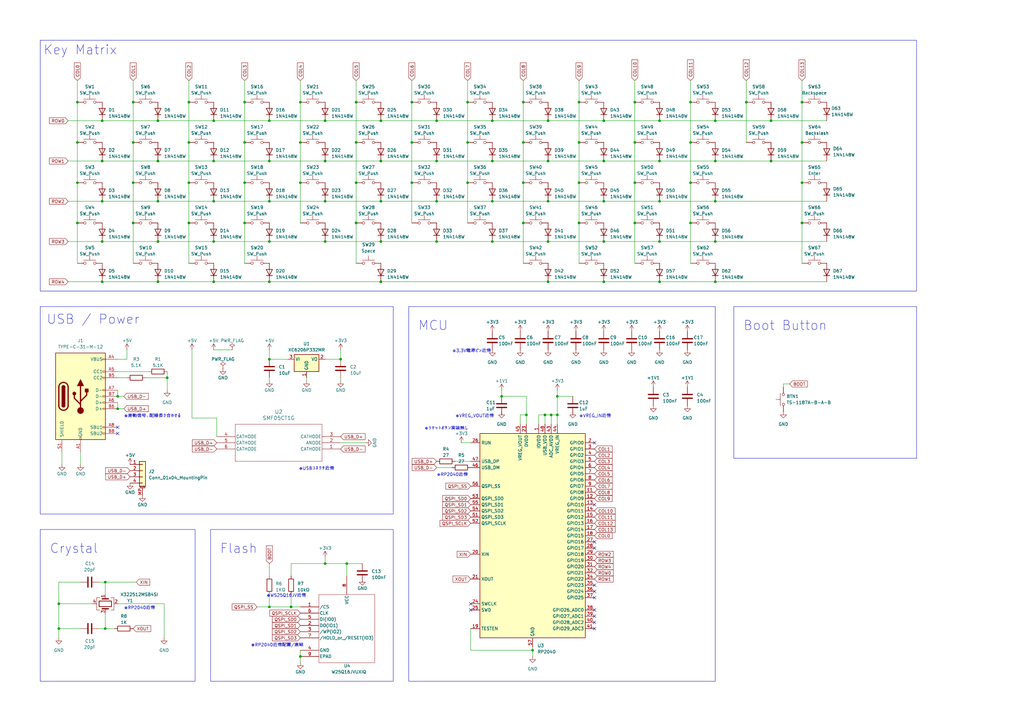
<source format=kicad_sch>
(kicad_sch (version 20230121) (generator eeschema)
  (paper "A3")
  (title_block (title "YuTofu") (date "2024-05-25") (rev "v1.0") (company "@ymkn"))
  (lib_symbols
    (symbol "Connector:USB_C_Receptacle_USB2.0_16P" (pin_names (offset 1.016))
      (property "Reference" "J" (at 0 22.225 0))
      (property "Value" "USB_C_Receptacle_USB2.0_16P" (at 0 19.685 0))
      (symbol "USB_C_Receptacle_USB2.0_16P_1_1"
        (pin passive line (at 0 -22.86 90) (length 5.08) (name "GND") (number "A1"))
        (pin passive line (at 0 -22.86 90) (length 5.08) hide (name "GND") (number "A12"))
        (pin passive line (at 15.24 15.24 180) (length 5.08) (name "VBUS") (number "A4"))
        (pin bidirectional line (at 15.24 10.16 180) (length 5.08) (name "CC1") (number "A5"))
        (pin bidirectional line (at 15.24 -2.54 180) (length 5.08) (name "D+") (number "A6"))
        (pin bidirectional line (at 15.24 2.54 180) (length 5.08) (name "D-") (number "A7"))
        (pin bidirectional line (at 15.24 -12.7 180) (length 5.08) (name "SBU1") (number "A8"))
        (pin passive line (at 15.24 15.24 180) (length 5.08) hide (name "VBUS") (number "A9"))
        (pin passive line (at 0 -22.86 90) (length 5.08) hide (name "GND") (number "B1"))
        (pin passive line (at 0 -22.86 90) (length 5.08) hide (name "GND") (number "B12"))
        (pin passive line (at 15.24 15.24 180) (length 5.08) hide (name "VBUS") (number "B4"))
        (pin bidirectional line (at 15.24 7.62 180) (length 5.08) (name "CC2") (number "B5"))
        (pin bidirectional line (at 15.24 -5.08 180) (length 5.08) (name "D+") (number "B6"))
        (pin bidirectional line (at 15.24 0 180) (length 5.08) (name "D-") (number "B7"))
        (pin bidirectional line (at 15.24 -15.24 180) (length 5.08) (name "SBU2") (number "B8"))
        (pin passive line (at 15.24 15.24 180) (length 5.08) hide (name "VBUS") (number "B9"))
        (pin passive line (at -7.62 -22.86 90) (length 5.08) (name "SHIELD") (number "S1"))
      )
    )
    (symbol "Connector_Generic_MountingPin:Conn_01x04_MountingPin" (pin_names (offset 1.016) hide)
      (property "Reference" "J" (at 0 5.08 0))
      (property "Value" "Conn_01x04_MountingPin" (at 1.27 -7.62 0))
      (symbol "Conn_01x04_MountingPin_1_1"
        (text "Mounting" (at 0 -6.731 0) (effects (font (size 0.381 0.381))))
        (pin passive line (at -5.08 2.54 0) (length 3.81) (name "Pin_1") (number "1"))
        (pin passive line (at -5.08 0 0) (length 3.81) (name "Pin_2") (number "2"))
        (pin passive line (at -5.08 -2.54 0) (length 3.81) (name "Pin_3") (number "3"))
        (pin passive line (at -5.08 -5.08 0) (length 3.81) (name "Pin_4") (number "4"))
        (pin passive line (at 0 -10.16 90) (length 3.048) (name "MountPin") (number "MP"))
      )
    )
    (symbol "Device:C" (pin_numbers hide) (pin_names (offset 0.254))
      (property "Reference" "C" (at 0.635 2.54 0))
      (property "Value" "C" (at 0.635 -2.54 0))
      (symbol "C_1_1"
        (pin passive line (at 0 3.81 270) (length 2.794) (name "~") (number "1"))
        (pin passive line (at 0 -3.81 90) (length 2.794) (name "~") (number "2"))
      )
    )
    (symbol "Device:Crystal_GND24" (pin_names (offset 1.016) hide)
      (property "Reference" "Y" (at 3.175 5.08 0))
      (property "Value" "Crystal_GND24" (at 3.175 3.175 0))
      (symbol "Crystal_GND24_1_1"
        (pin passive line (at -3.81 0 0) (length 1.27) (name "1") (number "1"))
        (pin passive line (at 0 5.08 270) (length 1.27) (name "2") (number "2"))
        (pin passive line (at 3.81 0 180) (length 1.27) (name "3") (number "3"))
        (pin passive line (at 0 -5.08 90) (length 1.27) (name "4") (number "4"))
      )
    )
    (symbol "Device:R" (pin_numbers hide) (pin_names (offset 0))
      (property "Reference" "R" (at 2.032 0 90))
      (property "Value" "R" (at 0 0 90))
      (symbol "R_1_1"
        (pin passive line (at 0 3.81 270) (length 1.27) (name "~") (number "1"))
        (pin passive line (at 0 -3.81 90) (length 1.27) (name "~") (number "2"))
      )
    )
    (symbol "Diode:1N4148W" (pin_numbers hide) (pin_names hide)
      (property "Reference" "D" (at 0 2.54 0))
      (property "Value" "1N4148W" (at 0 -2.54 0))
      (symbol "1N4148W_1_1"
        (pin passive line (at -3.81 0 0) (length 2.54) (name "K") (number "1"))
        (pin passive line (at 3.81 0 180) (length 2.54) (name "A") (number "2"))
      )
    )
    (symbol "MCU_RaspberryPi:RP2040"
      (property "Reference" "U" (at 17.78 45.72 0))
      (property "Value" "RP2040" (at 17.78 43.18 0))
      (symbol "RP2040_1_1"
        (pin power_in line (at 2.54 45.72 270) (length 3.81) (name "IOVDD") (number "1"))
        (pin passive line (at 2.54 45.72 270) (length 3.81) hide (name "IOVDD") (number "10"))
        (pin bidirectional line (at 25.4 17.78 180) (length 3.81) (name "GPIO8") (number "11"))
        (pin bidirectional line (at 25.4 15.24 180) (length 3.81) (name "GPIO9") (number "12"))
        (pin bidirectional line (at 25.4 12.7 180) (length 3.81) (name "GPIO10") (number "13"))
        (pin bidirectional line (at 25.4 10.16 180) (length 3.81) (name "GPIO11") (number "14"))
        (pin bidirectional line (at 25.4 7.62 180) (length 3.81) (name "GPIO12") (number "15"))
        (pin bidirectional line (at 25.4 5.08 180) (length 3.81) (name "GPIO13") (number "16"))
        (pin bidirectional line (at 25.4 2.54 180) (length 3.81) (name "GPIO14") (number "17"))
        (pin bidirectional line (at 25.4 0 180) (length 3.81) (name "GPIO15") (number "18"))
        (pin input line (at -25.4 -38.1 0) (length 3.81) (name "TESTEN") (number "19"))
        (pin bidirectional line (at 25.4 38.1 180) (length 3.81) (name "GPIO0") (number "2"))
        (pin input line (at -25.4 -7.62 0) (length 3.81) (name "XIN") (number "20"))
        (pin passive line (at -25.4 -17.78 0) (length 3.81) (name "XOUT") (number "21"))
        (pin passive line (at 2.54 45.72 270) (length 3.81) hide (name "IOVDD") (number "22"))
        (pin power_in line (at -2.54 45.72 270) (length 3.81) (name "DVDD") (number "23"))
        (pin input line (at -25.4 -27.94 0) (length 3.81) (name "SWCLK") (number "24"))
        (pin bidirectional line (at -25.4 -30.48 0) (length 3.81) (name "SWD") (number "25"))
        (pin input line (at -25.4 38.1 0) (length 3.81) (name "RUN") (number "26"))
        (pin bidirectional line (at 25.4 -2.54 180) (length 3.81) (name "GPIO16") (number "27"))
        (pin bidirectional line (at 25.4 -5.08 180) (length 3.81) (name "GPIO17") (number "28"))
        (pin bidirectional line (at 25.4 -7.62 180) (length 3.81) (name "GPIO18") (number "29"))
        (pin bidirectional line (at 25.4 35.56 180) (length 3.81) (name "GPIO1") (number "3"))
        (pin bidirectional line (at 25.4 -10.16 180) (length 3.81) (name "GPIO19") (number "30"))
        (pin bidirectional line (at 25.4 -12.7 180) (length 3.81) (name "GPIO20") (number "31"))
        (pin bidirectional line (at 25.4 -15.24 180) (length 3.81) (name "GPIO21") (number "32"))
        (pin passive line (at 2.54 45.72 270) (length 3.81) hide (name "IOVDD") (number "33"))
        (pin bidirectional line (at 25.4 -17.78 180) (length 3.81) (name "GPIO22") (number "34"))
        (pin bidirectional line (at 25.4 -20.32 180) (length 3.81) (name "GPIO23") (number "35"))
        (pin bidirectional line (at 25.4 -22.86 180) (length 3.81) (name "GPIO24") (number "36"))
        (pin bidirectional line (at 25.4 -25.4 180) (length 3.81) (name "GPIO25") (number "37"))
        (pin bidirectional line (at 25.4 -30.48 180) (length 3.81) (name "GPIO26_ADC0") (number "38"))
        (pin bidirectional line (at 25.4 -33.02 180) (length 3.81) (name "GPIO27_ADC1") (number "39"))
        (pin bidirectional line (at 25.4 33.02 180) (length 3.81) (name "GPIO2") (number "4"))
        (pin bidirectional line (at 25.4 -35.56 180) (length 3.81) (name "GPIO28_ADC2") (number "40"))
        (pin bidirectional line (at 25.4 -38.1 180) (length 3.81) (name "GPIO29_ADC3") (number "41"))
        (pin passive line (at 2.54 45.72 270) (length 3.81) hide (name "IOVDD") (number "42"))
        (pin power_in line (at 7.62 45.72 270) (length 3.81) (name "ADC_AVDD") (number "43"))
        (pin power_in line (at 10.16 45.72 270) (length 3.81) (name "VREG_IN") (number "44"))
        (pin power_out line (at -5.08 45.72 270) (length 3.81) (name "VREG_VOUT") (number "45"))
        (pin bidirectional line (at -25.4 27.94 0) (length 3.81) (name "USB_DM") (number "46"))
        (pin bidirectional line (at -25.4 30.48 0) (length 3.81) (name "USB_DP") (number "47"))
        (pin power_in line (at 5.08 45.72 270) (length 3.81) (name "USB_VDD") (number "48"))
        (pin passive line (at 2.54 45.72 270) (length 3.81) hide (name "IOVDD") (number "49"))
        (pin bidirectional line (at 25.4 30.48 180) (length 3.81) (name "GPIO3") (number "5"))
        (pin passive line (at -2.54 45.72 270) (length 3.81) hide (name "DVDD") (number "50"))
        (pin bidirectional line (at -25.4 7.62 0) (length 3.81) (name "QSPI_SD3") (number "51"))
        (pin output line (at -25.4 5.08 0) (length 3.81) (name "QSPI_SCLK") (number "52"))
        (pin bidirectional line (at -25.4 15.24 0) (length 3.81) (name "QSPI_SD0") (number "53"))
        (pin bidirectional line (at -25.4 10.16 0) (length 3.81) (name "QSPI_SD2") (number "54"))
        (pin bidirectional line (at -25.4 12.7 0) (length 3.81) (name "QSPI_SD1") (number "55"))
        (pin bidirectional line (at -25.4 20.32 0) (length 3.81) (name "QSPI_SS") (number "56"))
        (pin power_in line (at 0 -45.72 90) (length 3.81) (name "GND") (number "57"))
        (pin bidirectional line (at 25.4 27.94 180) (length 3.81) (name "GPIO4") (number "6"))
        (pin bidirectional line (at 25.4 25.4 180) (length 3.81) (name "GPIO5") (number "7"))
        (pin bidirectional line (at 25.4 22.86 180) (length 3.81) (name "GPIO6") (number "8"))
        (pin bidirectional line (at 25.4 20.32 180) (length 3.81) (name "GPIO7") (number "9"))
      )
    )
    (symbol "Regulator_Linear:AMS1117-3.3"
      (property "Reference" "U" (at -3.81 3.175 0))
      (property "Value" "AMS1117-3.3" (at 0 3.175 0))
      (symbol "AMS1117-3.3_1_1"
        (pin power_in line (at 0 -7.62 90) (length 2.54) (name "GND") (number "1"))
        (pin power_out line (at 7.62 0 180) (length 2.54) (name "VO") (number "2"))
        (pin power_in line (at -7.62 0 0) (length 2.54) (name "VI") (number "3"))
      )
    )
    (symbol "SMF05CT1G:SMF05CT1G" (pin_names (offset 0.254))
      (property "Reference" "U" (at 25.4 10.16 0))
      (property "Value" "SMF05CT1G" (at 25.4 7.62 0))
      (symbol "SMF05CT1G_0_1"
        (pin unspecified line (at 0 0 0) (length 7.62) (name "CATHODE") (number "1"))
        (pin unspecified line (at 0 -2.54 0) (length 7.62) (name "ANODE") (number "2"))
        (pin unspecified line (at 0 -5.08 0) (length 7.62) (name "CATHODE") (number "3"))
        (pin unspecified line (at 50.8 -5.08 180) (length 7.62) (name "CATHODE") (number "4"))
        (pin unspecified line (at 50.8 -2.54 180) (length 7.62) (name "CATHODE") (number "5"))
        (pin unspecified line (at 50.8 0 180) (length 7.62) (name "CATHODE") (number "6"))
      )
    )
    (symbol "Switch:SW_Push" (pin_numbers hide) (pin_names (offset 1.016) hide)
      (property "Reference" "SW" (at 1.27 2.54 0))
      (property "Value" "SW_Push" (at 0 -1.524 0))
      (symbol "SW_Push_0_1"
        (pin passive line (at -5.08 0 0) (length 2.54) (name "1") (number "1"))
        (pin passive line (at 5.08 0 180) (length 2.54) (name "2") (number "2"))
      )
    )
    (symbol "W25Q16JVUXIQ:W25Q16JVUXIQ" (pin_names (offset 0.254))
      (property "Reference" "U4" (at 12.7 1.27 0))
      (property "Value" "W25Q16JVSSIQ" (at 12.7 -1.27 0))
      (symbol "W25Q16JVUXIQ_0_1"
        (pin unspecified line (at -19.05 8.89 0) (length 7.62) (name "/CS") (number "1"))
        (pin unspecified line (at -19.05 1.27 0) (length 7.62) (name "DO(IO1)") (number "2"))
        (pin unspecified line (at -19.05 -1.27 0) (length 7.62) (name "/WP(IO2)") (number "3"))
        (pin unspecified line (at -19.05 -8.89 0) (length 7.62) (name "GND") (number "4"))
        (pin unspecified line (at -19.05 3.81 0) (length 7.62) (name "DI(IO0)") (number "5"))
        (pin unspecified line (at -19.05 6.35 0) (length 7.62) (name "CLK") (number "6"))
        (pin unspecified line (at -19.05 -3.81 0) (length 7.62) (name "/HOLD_or_/RESET(IO3)") (number "7"))
        (pin unspecified line (at 0 21.59 270) (length 7.62) (name "VCC") (number "8"))
        (pin unspecified line (at -19.05 -11.43 0) (length 7.62) (name "EPAD") (number "9"))
      )
    )
    (symbol "power:+1V1" (power) (pin_names (offset 0))
      (property "Value" "+1V1" (at 0 3.556 0))
      (symbol "+1V1_1_1"
        (pin power_in line (at 0 0 90) (length 0) hide (name "+1V1") (number "1"))
      )
    )
    (symbol "power:+3V3" (power) (pin_names (offset 0))
      (property "Value" "+3V3" (at 0 3.556 0))
      (symbol "+3V3_1_1"
        (pin power_in line (at 0 0 90) (length 0) hide (name "+3V3") (number "1"))
      )
    )
    (symbol "power:+5V" (power) (pin_names (offset 0))
      (property "Value" "+5V" (at 0 3.556 0))
      (symbol "+5V_1_1"
        (pin power_in line (at 0 0 90) (length 0) hide (name "+5V") (number "1"))
      )
    )
    (symbol "power:GND" (power) (pin_names (offset 0))
      (property "Value" "GND" (at 0 -3.81 0))
      (symbol "GND_1_1"
        (pin power_in line (at 0 0 270) (length 0) hide (name "GND") (number "1"))
      )
    )
    (symbol "power:PWR_FLAG" (power) (pin_numbers hide) (pin_names (offset 0) hide)
      (property "Value" "PWR_FLAG" (at 0 3.81 0))
      (symbol "PWR_FLAG_0_0"
        (pin power_out line (at 0 0 90) (length 0) (name "pwr") (number "1"))
      )
    )
  )
  (junction (at 201.93 49.53))
  (junction (at 41.91 49.53))
  (junction (at 328.93 58.42))
  (junction (at 156.21 115.57))
  (junction (at 77.47 41.91))
  (junction (at 224.79 49.53))
  (junction (at 41.91 99.06))
  (junction (at 237.49 58.42))
  (junction (at 247.65 66.04))
  (junction (at 237.49 74.93))
  (junction (at 168.91 58.42))
  (junction (at 68.58 154.94))
  (junction (at 228.6 170.18))
  (junction (at 283.21 58.42))
  (junction (at 48.26 167.64))
  (junction (at 87.63 49.53))
  (junction (at 48.26 162.56))
  (junction (at 224.79 99.06))
  (junction (at 31.75 74.93))
  (junction (at 247.65 115.57))
  (junction (at 223.52 170.18))
  (junction (at 179.07 66.04))
  (junction (at 224.79 82.55))
  (junction (at 31.75 91.44))
  (junction (at 77.47 74.93))
  (junction (at 328.93 74.93))
  (junction (at 191.77 58.42))
  (junction (at 119.38 248.92))
  (junction (at 215.9 170.18))
  (junction (at 270.51 49.53))
  (junction (at 328.93 91.44))
  (junction (at 247.65 49.53))
  (junction (at 214.63 58.42))
  (junction (at 24.13 247.65))
  (junction (at 133.35 231.14))
  (junction (at 270.51 82.55))
  (junction (at 260.35 91.44))
  (junction (at 201.93 82.55))
  (junction (at 110.49 99.06))
  (junction (at 270.51 115.57))
  (junction (at 260.35 58.42))
  (junction (at 156.21 82.55))
  (junction (at 270.51 66.04))
  (junction (at 168.91 74.93))
  (junction (at 156.21 99.06))
  (junction (at 156.21 49.53))
  (junction (at 283.21 41.91))
  (junction (at 237.49 41.91))
  (junction (at 179.07 99.06))
  (junction (at 316.23 49.53))
  (junction (at 64.77 115.57))
  (junction (at 283.21 74.93))
  (junction (at 260.35 74.93))
  (junction (at 87.63 66.04))
  (junction (at 87.63 115.57))
  (junction (at 201.93 66.04))
  (junction (at 54.61 91.44))
  (junction (at 110.49 66.04))
  (junction (at 41.91 82.55))
  (junction (at 201.93 99.06))
  (junction (at 41.91 115.57))
  (junction (at 123.19 41.91))
  (junction (at 110.49 147.32))
  (junction (at 100.33 74.93))
  (junction (at 87.63 82.55))
  (junction (at 146.05 41.91))
  (junction (at 328.93 41.91))
  (junction (at 260.35 41.91))
  (junction (at 191.77 41.91))
  (junction (at 77.47 58.42))
  (junction (at 237.49 91.44))
  (junction (at 123.19 74.93))
  (junction (at 146.05 74.93))
  (junction (at 139.7 147.32))
  (junction (at 293.37 82.55))
  (junction (at 179.07 82.55))
  (junction (at 31.75 58.42))
  (junction (at 293.37 66.04))
  (junction (at 247.65 99.06))
  (junction (at 133.35 99.06))
  (junction (at 64.77 66.04))
  (junction (at 64.77 99.06))
  (junction (at 142.24 231.14))
  (junction (at 24.13 257.81))
  (junction (at 64.77 82.55))
  (junction (at 214.63 41.91))
  (junction (at 306.07 41.91))
  (junction (at 228.6 162.56))
  (junction (at 179.07 49.53))
  (junction (at 41.91 66.04))
  (junction (at 77.47 91.44))
  (junction (at 100.33 91.44))
  (junction (at 168.91 41.91))
  (junction (at 110.49 49.53))
  (junction (at 293.37 49.53))
  (junction (at 100.33 58.42))
  (junction (at 43.18 257.81))
  (junction (at 283.21 91.44))
  (junction (at 316.23 66.04))
  (junction (at 87.63 99.06))
  (junction (at 110.49 115.57))
  (junction (at 226.06 170.18))
  (junction (at 43.18 238.76))
  (junction (at 54.61 41.91))
  (junction (at 247.65 82.55))
  (junction (at 214.63 74.93))
  (junction (at 270.51 99.06))
  (junction (at 54.61 74.93))
  (junction (at 64.77 49.53))
  (junction (at 133.35 66.04))
  (junction (at 133.35 49.53))
  (junction (at 146.05 58.42))
  (junction (at 293.37 115.57))
  (junction (at 31.75 41.91))
  (junction (at 205.74 162.56))
  (junction (at 224.79 66.04))
  (junction (at 156.21 66.04))
  (junction (at 214.63 91.44))
  (junction (at 146.05 91.44))
  (junction (at 218.44 266.7))
  (junction (at 100.33 41.91))
  (junction (at 224.79 115.57))
  (junction (at 293.37 99.06))
  (junction (at 133.35 82.55))
  (junction (at 54.61 58.42))
  (junction (at 110.49 82.55))
  (junction (at 123.19 269.24))
  (junction (at 110.49 248.92))
  (junction (at 191.77 74.93))
  (junction (at 123.19 58.42))
  (no_connect (at 243.84 245.11))
  (no_connect (at 243.84 240.03))
  (no_connect (at 48.26 177.8))
  (no_connect (at 243.84 252.73))
  (no_connect (at 48.26 175.26))
  (no_connect (at 193.04 250.19))
  (no_connect (at 193.04 247.65))
  (no_connect (at 243.84 207.01))
  (no_connect (at 243.84 255.27))
  (no_connect (at 243.84 257.81))
  (no_connect (at 243.84 242.57))
  (no_connect (at 243.84 250.19))
  (no_connect (at 243.84 181.61))
  (no_connect (at 243.84 222.25))
  (no_connect (at 243.84 224.79))
  (wire (pts (xy 31.75 91.44) (xy 31.75 107.95)))
  (wire (pts (xy 293.37 82.55) (xy 339.09 82.55)))
  (wire (pts (xy 146.05 91.44) (xy 146.05 107.95)))
  (wire (pts (xy 48.26 160.02) (xy 48.26 162.56)))
  (wire (pts (xy 226.06 170.18) (xy 226.06 173.99)))
  (wire (pts (xy 27.94 82.55) (xy 41.91 82.55)))
  (wire (pts (xy 110.49 147.32) (xy 110.49 143.51)))
  (wire (pts (xy 293.37 49.53) (xy 316.23 49.53)))
  (wire (pts (xy 223.52 170.18) (xy 223.52 173.99)))
  (wire (pts (xy 87.63 99.06) (xy 110.49 99.06)))
  (wire (pts (xy 193.04 266.7) (xy 218.44 266.7)))
  (wire (pts (xy 293.37 66.04) (xy 316.23 66.04)))
  (wire (pts (xy 100.33 91.44) (xy 100.33 107.95)))
  (wire (pts (xy 328.93 41.91) (xy 328.93 58.42)))
  (wire (pts (xy 283.21 58.42) (xy 283.21 74.93)))
  (wire (pts (xy 54.61 33.02) (xy 54.61 41.91)))
  (wire (pts (xy 123.19 41.91) (xy 123.19 58.42)))
  (wire (pts (xy 100.33 41.91) (xy 100.33 58.42)))
  (wire (pts (xy 139.7 143.51) (xy 139.7 147.32)))
  (wire (pts (xy 179.07 191.77) (xy 185.42 191.77)))
  (wire (pts (xy 59.69 154.94) (xy 68.58 154.94)))
  (wire (pts (xy 283.21 91.44) (xy 283.21 107.95)))
  (wire (pts (xy 78.74 171.45) (xy 88.9 171.45)))
  (wire (pts (xy 31.75 33.02) (xy 31.75 41.91)))
  (wire (pts (xy 179.07 99.06) (xy 201.93 99.06)))
  (wire (pts (xy 214.63 33.02) (xy 214.63 41.91)))
  (wire (pts (xy 213.36 170.18) (xy 215.9 170.18)))
  (wire (pts (xy 224.79 82.55) (xy 247.65 82.55)))
  (wire (pts (xy 123.19 266.7) (xy 123.19 269.24)))
  (wire (pts (xy 33.02 185.42) (xy 33.02 190.5)))
  (wire (pts (xy 119.38 248.92) (xy 123.19 248.92)))
  (wire (pts (xy 77.47 58.42) (xy 77.47 74.93)))
  (wire (pts (xy 41.91 99.06) (xy 64.77 99.06)))
  (wire (pts (xy 321.31 157.48) (xy 321.31 158.75)))
  (wire (pts (xy 24.13 257.81) (xy 33.02 257.81)))
  (wire (pts (xy 54.61 58.42) (xy 54.61 74.93)))
  (wire (pts (xy 237.49 33.02) (xy 237.49 41.91)))
  (wire (pts (xy 142.24 231.14) (xy 148.59 231.14)))
  (wire (pts (xy 328.93 74.93) (xy 328.93 91.44)))
  (wire (pts (xy 133.35 231.14) (xy 119.38 231.14)))
  (wire (pts (xy 52.07 143.51) (xy 52.07 147.32)))
  (wire (pts (xy 283.21 41.91) (xy 283.21 58.42)))
  (wire (pts (xy 228.6 162.56) (xy 228.6 160.02)))
  (wire (pts (xy 43.18 257.81) (xy 46.99 257.81)))
  (wire (pts (xy 48.26 152.4) (xy 60.96 152.4)))
  (wire (pts (xy 293.37 99.06) (xy 339.09 99.06)))
  (wire (pts (xy 77.47 33.02) (xy 77.47 41.91)))
  (wire (pts (xy 87.63 82.55) (xy 110.49 82.55)))
  (wire (pts (xy 191.77 58.42) (xy 191.77 74.93)))
  (wire (pts (xy 224.79 49.53) (xy 247.65 49.53)))
  (wire (pts (xy 52.07 147.32) (xy 48.26 147.32)))
  (wire (pts (xy 214.63 91.44) (xy 214.63 107.95)))
  (wire (pts (xy 214.63 41.91) (xy 214.63 58.42)))
  (wire (pts (xy 105.41 248.92) (xy 110.49 248.92)))
  (wire (pts (xy 68.58 152.4) (xy 68.58 154.94)))
  (wire (pts (xy 213.36 173.99) (xy 213.36 170.18)))
  (wire (pts (xy 119.38 243.84) (xy 119.38 248.92)))
  (wire (pts (xy 201.93 82.55) (xy 224.79 82.55)))
  (wire (pts (xy 88.9 171.45) (xy 88.9 179.07)))
  (wire (pts (xy 228.6 170.18) (xy 228.6 173.99)))
  (wire (pts (xy 87.63 66.04) (xy 110.49 66.04)))
  (wire (pts (xy 156.21 82.55) (xy 179.07 82.55)))
  (wire (pts (xy 133.35 147.32) (xy 139.7 147.32)))
  (wire (pts (xy 110.49 49.53) (xy 133.35 49.53)))
  (wire (pts (xy 214.63 74.93) (xy 214.63 91.44)))
  (wire (pts (xy 179.07 66.04) (xy 201.93 66.04)))
  (wire (pts (xy 24.13 238.76) (xy 24.13 247.65)))
  (wire (pts (xy 133.35 231.14) (xy 133.35 228.6)))
  (wire (pts (xy 328.93 33.02) (xy 328.93 41.91)))
  (wire (pts (xy 283.21 74.93) (xy 283.21 91.44)))
  (wire (pts (xy 54.61 74.93) (xy 54.61 91.44)))
  (wire (pts (xy 119.38 231.14) (xy 119.38 236.22)))
  (wire (pts (xy 224.79 66.04) (xy 247.65 66.04)))
  (wire (pts (xy 168.91 58.42) (xy 168.91 74.93)))
  (wire (pts (xy 168.91 41.91) (xy 168.91 58.42)))
  (wire (pts (xy 41.91 82.55) (xy 64.77 82.55)))
  (wire (pts (xy 306.07 41.91) (xy 306.07 58.42)))
  (wire (pts (xy 189.23 181.61) (xy 193.04 181.61)))
  (wire (pts (xy 100.33 58.42) (xy 100.33 74.93)))
  (wire (pts (xy 260.35 74.93) (xy 260.35 91.44)))
  (wire (pts (xy 283.21 33.02) (xy 283.21 41.91)))
  (wire (pts (xy 123.19 74.93) (xy 123.19 91.44)))
  (wire (pts (xy 146.05 74.93) (xy 146.05 91.44)))
  (wire (pts (xy 146.05 58.42) (xy 146.05 74.93)))
  (wire (pts (xy 270.51 66.04) (xy 293.37 66.04)))
  (wire (pts (xy 110.49 248.92) (xy 119.38 248.92)))
  (wire (pts (xy 133.35 99.06) (xy 156.21 99.06)))
  (wire (pts (xy 110.49 231.14) (xy 110.49 236.22)))
  (wire (pts (xy 123.19 58.42) (xy 123.19 74.93)))
  (wire (pts (xy 43.18 238.76) (xy 43.18 243.84)))
  (wire (pts (xy 168.91 33.02) (xy 168.91 41.91)))
  (wire (pts (xy 43.18 238.76) (xy 55.88 238.76)))
  (wire (pts (xy 142.24 231.14) (xy 133.35 231.14)))
  (wire (pts (xy 228.6 170.18) (xy 226.06 170.18)))
  (wire (pts (xy 133.35 49.53) (xy 156.21 49.53)))
  (wire (pts (xy 149.86 181.61) (xy 139.7 181.61)))
  (wire (pts (xy 110.49 115.57) (xy 156.21 115.57)))
  (wire (pts (xy 27.94 115.57) (xy 41.91 115.57)))
  (wire (pts (xy 223.52 170.18) (xy 220.98 170.18)))
  (wire (pts (xy 201.93 99.06) (xy 224.79 99.06)))
  (wire (pts (xy 87.63 115.57) (xy 110.49 115.57)))
  (wire (pts (xy 293.37 115.57) (xy 339.09 115.57)))
  (wire (pts (xy 48.26 154.94) (xy 52.07 154.94)))
  (wire (pts (xy 191.77 41.91) (xy 191.77 58.42)))
  (wire (pts (xy 218.44 269.24) (xy 218.44 266.7)))
  (wire (pts (xy 228.6 162.56) (xy 228.6 170.18)))
  (wire (pts (xy 186.69 189.23) (xy 193.04 189.23)))
  (wire (pts (xy 148.59 237.49) (xy 148.59 238.76)))
  (wire (pts (xy 48.26 247.65) (xy 67.31 247.65)))
  (wire (pts (xy 234.95 162.56) (xy 228.6 162.56)))
  (wire (pts (xy 237.49 58.42) (xy 237.49 74.93)))
  (wire (pts (xy 77.47 41.91) (xy 77.47 58.42)))
  (wire (pts (xy 237.49 41.91) (xy 237.49 58.42)))
  (wire (pts (xy 110.49 82.55) (xy 133.35 82.55)))
  (wire (pts (xy 316.23 66.04) (xy 339.09 66.04)))
  (wire (pts (xy 78.74 143.51) (xy 78.74 171.45)))
  (wire (pts (xy 27.94 49.53) (xy 41.91 49.53)))
  (wire (pts (xy 123.19 271.78) (xy 123.19 269.24)))
  (wire (pts (xy 218.44 266.7) (xy 218.44 265.43)))
  (wire (pts (xy 125.73 156.21) (xy 125.73 154.94)))
  (wire (pts (xy 77.47 91.44) (xy 77.47 107.95)))
  (wire (pts (xy 54.61 91.44) (xy 54.61 107.95)))
  (wire (pts (xy 328.93 91.44) (xy 328.93 107.95)))
  (wire (pts (xy 179.07 82.55) (xy 201.93 82.55)))
  (wire (pts (xy 110.49 243.84) (xy 110.49 248.92)))
  (wire (pts (xy 25.4 185.42) (xy 25.4 190.5)))
  (wire (pts (xy 41.91 49.53) (xy 64.77 49.53)))
  (wire (pts (xy 41.91 115.57) (xy 64.77 115.57)))
  (wire (pts (xy 110.49 66.04) (xy 133.35 66.04)))
  (wire (pts (xy 260.35 41.91) (xy 260.35 58.42)))
  (wire (pts (xy 247.65 115.57) (xy 270.51 115.57)))
  (wire (pts (xy 205.74 160.02) (xy 205.74 162.56)))
  (wire (pts (xy 24.13 261.62) (xy 24.13 257.81)))
  (wire (pts (xy 139.7 156.21) (xy 139.7 154.94)))
  (wire (pts (xy 40.64 257.81) (xy 43.18 257.81)))
  (wire (pts (xy 270.51 82.55) (xy 293.37 82.55)))
  (wire (pts (xy 270.51 99.06) (xy 293.37 99.06)))
  (wire (pts (xy 193.04 257.81) (xy 193.04 266.7)))
  (wire (pts (xy 237.49 91.44) (xy 237.49 107.95)))
  (wire (pts (xy 40.64 238.76) (xy 43.18 238.76)))
  (wire (pts (xy 31.75 74.93) (xy 31.75 91.44)))
  (wire (pts (xy 110.49 99.06) (xy 133.35 99.06)))
  (wire (pts (xy 205.74 168.91) (xy 205.74 170.18)))
  (wire (pts (xy 123.19 33.02) (xy 123.19 41.91)))
  (wire (pts (xy 220.98 170.18) (xy 220.98 173.99)))
  (wire (pts (xy 270.51 115.57) (xy 293.37 115.57)))
  (wire (pts (xy 31.75 41.91) (xy 31.75 58.42)))
  (wire (pts (xy 214.63 58.42) (xy 214.63 74.93)))
  (wire (pts (xy 247.65 49.53) (xy 270.51 49.53)))
  (wire (pts (xy 133.35 82.55) (xy 156.21 82.55)))
  (wire (pts (xy 270.51 49.53) (xy 293.37 49.53)))
  (wire (pts (xy 168.91 74.93) (xy 168.91 91.44)))
  (wire (pts (xy 179.07 49.53) (xy 201.93 49.53)))
  (wire (pts (xy 110.49 154.94) (xy 110.49 156.21)))
  (wire (pts (xy 146.05 33.02) (xy 146.05 41.91)))
  (wire (pts (xy 237.49 74.93) (xy 237.49 91.44)))
  (wire (pts (xy 48.26 167.64) (xy 50.8 167.64)))
  (wire (pts (xy 156.21 115.57) (xy 224.79 115.57)))
  (wire (pts (xy 260.35 58.42) (xy 260.35 74.93)))
  (wire (pts (xy 100.33 33.02) (xy 100.33 41.91)))
  (wire (pts (xy 316.23 49.53) (xy 339.09 49.53)))
  (wire (pts (xy 43.18 251.46) (xy 43.18 257.81)))
  (wire (pts (xy 64.77 82.55) (xy 87.63 82.55)))
  (wire (pts (xy 201.93 66.04) (xy 224.79 66.04)))
  (wire (pts (xy 226.06 170.18) (xy 223.52 170.18)))
  (wire (pts (xy 191.77 74.93) (xy 191.77 91.44)))
  (wire (pts (xy 201.93 49.53) (xy 224.79 49.53)))
  (wire (pts (xy 142.24 231.14) (xy 142.24 236.22)))
  (wire (pts (xy 321.31 157.48) (xy 323.85 157.48)))
  (wire (pts (xy 247.65 66.04) (xy 270.51 66.04)))
  (wire (pts (xy 215.9 173.99) (xy 215.9 170.18)))
  (wire (pts (xy 205.74 162.56) (xy 215.9 162.56)))
  (wire (pts (xy 48.26 165.1) (xy 48.26 167.64)))
  (wire (pts (xy 87.63 49.53) (xy 110.49 49.53)))
  (wire (pts (xy 247.65 82.55) (xy 270.51 82.55)))
  (wire (pts (xy 87.63 143.51) (xy 95.25 143.51)))
  (wire (pts (xy 133.35 66.04) (xy 156.21 66.04)))
  (wire (pts (xy 224.79 99.06) (xy 247.65 99.06)))
  (wire (pts (xy 64.77 66.04) (xy 87.63 66.04)))
  (wire (pts (xy 27.94 99.06) (xy 41.91 99.06)))
  (wire (pts (xy 100.33 74.93) (xy 100.33 91.44)))
  (wire (pts (xy 24.13 247.65) (xy 24.13 257.81)))
  (wire (pts (xy 87.63 115.57) (xy 64.77 115.57)))
  (wire (pts (xy 156.21 49.53) (xy 179.07 49.53)))
  (wire (pts (xy 328.93 58.42) (xy 328.93 74.93)))
  (wire (pts (xy 33.02 238.76) (xy 24.13 238.76)))
  (wire (pts (xy 77.47 74.93) (xy 77.47 91.44)))
  (wire (pts (xy 68.58 154.94) (xy 68.58 160.02)))
  (wire (pts (xy 191.77 33.02) (xy 191.77 41.91)))
  (wire (pts (xy 48.26 162.56) (xy 50.8 162.56)))
  (wire (pts (xy 234.95 168.91) (xy 234.95 170.18)))
  (wire (pts (xy 306.07 33.02) (xy 306.07 41.91)))
  (wire (pts (xy 54.61 41.91) (xy 54.61 58.42)))
  (wire (pts (xy 247.65 99.06) (xy 270.51 99.06)))
  (wire (pts (xy 64.77 99.06) (xy 87.63 99.06)))
  (wire (pts (xy 31.75 58.42) (xy 31.75 74.93)))
  (wire (pts (xy 67.31 247.65) (xy 67.31 261.62)))
  (wire (pts (xy 41.91 66.04) (xy 64.77 66.04)))
  (wire (pts (xy 64.77 49.53) (xy 87.63 49.53)))
  (wire (pts (xy 156.21 66.04) (xy 179.07 66.04)))
  (wire (pts (xy 24.13 247.65) (xy 38.1 247.65)))
  (wire (pts (xy 215.9 170.18) (xy 215.9 162.56)))
  (wire (pts (xy 156.21 99.06) (xy 179.07 99.06)))
  (wire (pts (xy 27.94 66.04) (xy 41.91 66.04)))
  (wire (pts (xy 146.05 41.91) (xy 146.05 58.42)))
  (wire (pts (xy 110.49 147.32) (xy 118.11 147.32)))
  (wire (pts (xy 260.35 91.44) (xy 260.35 107.95)))
  (wire (pts (xy 224.79 115.57) (xy 247.65 115.57)))
  (wire (pts (xy 260.35 33.02) (xy 260.35 41.91)))
  (rectangle (start 300.99 125.73) (end 375.92 187.96))
  (rectangle (start 16.51 16.51) (end 375.92 119.38))
  (rectangle (start 86.36 217.17) (end 161.29 279.4))
  (rectangle (start 167.64 125.73) (end 293.37 279.4))
  (rectangle (start 16.51 217.17) (end 80.01 279.4))
  (rectangle (start 16.51 125.73) (end 161.29 210.82))
  (text "※RP2040近傍" (at 179.07 195.58 0) (effects (font (size 1.27 1.27)) (justify left bottom)))
  (text "Flash" (at 90.17 227.33 0) (effects (font (size 3.81 3.81)) (justify left bottom)))
  (text "Key Matrix" (at 17.78 22.86 0) (effects (font (size 3.81 3.81)) (justify left bottom)))
  (text "※リセットボタン実装無し" (at 173.99 176.53 0) (effects (font (size 1.27 1.27)) (justify left bottom)))
  (text "USB / Power" (at 19.05 133.35 0) (effects (font (size 3.81 3.81)) (justify left bottom)))
  (text "※WS25Q16JV近傍" (at 109.22 245.11 0) (effects (font (size 1.27 1.27)) (justify left bottom)))
  (text "※RP2040近傍" (at 50.8 250.19 0) (effects (font (size 1.27 1.27)) (justify left bottom)))
  (text "※USBコネクタ近傍" (at 137.16 193.04 0) (effects (font (size 1.27 1.27)) (justify right bottom)))
  (text "※差動信号、配線長さ合わせる" (at 50.8 171.45 0) (effects (font (size 1.27 1.27)) (justify left bottom)))
  (text "※VREG_IN近傍" (at 237.49 171.45 0) (effects (font (size 1.27 1.27)) (justify left bottom)))
  (text "Boot Button" (at 304.8 135.89 0) (effects (font (size 3.81 3.81)) (justify left bottom)))
  (text "MCU" (at 171.45 135.89 0) (effects (font (size 3.81 3.81)) (justify left bottom)))
  (text "※3.3V電源ピン近傍" (at 185.42 144.78 0) (effects (font (size 1.27 1.27)) (justify left bottom)))
  (text "※RP2040近傍配置/直結" (at 102.87 265.43 0) (effects (font (size 1.27 1.27)) (justify left bottom)))
  (text "※VREG_VOUT近傍" (at 186.69 171.45 0) (effects (font (size 1.27 1.27)) (justify left bottom)))
  (text "Crystal" (at 20.32 227.33 0) (effects (font (size 3.81 3.81)) (justify left bottom)))
  (global_label "QSPI_SD0" (shape input) (at 123.19 254 180) (property "Intersheetrefs" "${INTERSHEET_REFS}" (effects hide)))
  (global_label "COL7" (shape input) (at 243.84 199.39 0) (property "Intersheetrefs" "${INTERSHEET_REFS}" (effects hide)))
  (global_label "COL13" (shape input) (at 243.84 217.17 0) (property "Intersheetrefs" "${INTERSHEET_REFS}" (effects hide)))
  (global_label "COL6" (shape input) (at 243.84 196.85 0) (property "Intersheetrefs" "${INTERSHEET_REFS}" (effects hide)))
  (global_label "QSPI_SD2" (shape input) (at 123.19 259.08 180) (property "Intersheetrefs" "${INTERSHEET_REFS}" (effects hide)))
  (global_label "COL10" (shape input) (at 243.84 209.55 0) (property "Intersheetrefs" "${INTERSHEET_REFS}" (effects hide)))
  (global_label "COL6" (shape input) (at 168.91 33.02 90) (property "Intersheetrefs" "${INTERSHEET_REFS}" (effects hide)))
  (global_label "COL3" (shape input) (at 100.33 33.02 90) (property "Intersheetrefs" "${INTERSHEET_REFS}" (effects hide)))
  (global_label "COL1" (shape input) (at 243.84 184.15 0) (property "Intersheetrefs" "${INTERSHEET_REFS}" (effects hide)))
  (global_label "QSPI_SCLK" (shape input) (at 193.04 214.63 180) (property "Intersheetrefs" "${INTERSHEET_REFS}" (effects hide)))
  (global_label "ROW1" (shape input) (at 243.84 237.49 0) (property "Intersheetrefs" "${INTERSHEET_REFS}" (effects hide)))
  (global_label "QSPI_SD1" (shape input) (at 193.04 207.01 180) (property "Intersheetrefs" "${INTERSHEET_REFS}" (effects hide)))
  (global_label "COL5" (shape input) (at 243.84 194.31 0) (property "Intersheetrefs" "${INTERSHEET_REFS}" (effects hide)))
  (global_label "COL3" (shape input) (at 243.84 189.23 0) (property "Intersheetrefs" "${INTERSHEET_REFS}" (effects hide)))
  (global_label "USB_D-" (shape input) (at 88.9 184.15 180) (property "Intersheetrefs" "${INTERSHEET_REFS}" (effects hide)))
  (global_label "COL7" (shape input) (at 191.77 33.02 90) (property "Intersheetrefs" "${INTERSHEET_REFS}" (effects hide)))
  (global_label "COL9" (shape input) (at 243.84 204.47 0) (property "Intersheetrefs" "${INTERSHEET_REFS}" (effects hide)))
  (global_label "QSPI_SD3" (shape input) (at 123.19 261.62 180) (property "Intersheetrefs" "${INTERSHEET_REFS}" (effects hide)))
  (global_label "COL11" (shape input) (at 283.21 33.02 90) (property "Intersheetrefs" "${INTERSHEET_REFS}" (effects hide)))
  (global_label "USB_D+" (shape input) (at 139.7 179.07 0) (property "Intersheetrefs" "${INTERSHEET_REFS}" (effects hide)))
  (global_label "COL8" (shape input) (at 214.63 33.02 90) (property "Intersheetrefs" "${INTERSHEET_REFS}" (effects hide)))
  (global_label "XOUT" (shape input) (at 193.04 237.49 180) (property "Intersheetrefs" "${INTERSHEET_REFS}" (effects hide)))
  (global_label "QSPI_SD0" (shape input) (at 193.04 204.47 180) (property "Intersheetrefs" "${INTERSHEET_REFS}" (effects hide)))
  (global_label "COL2" (shape input) (at 77.47 33.02 90) (property "Intersheetrefs" "${INTERSHEET_REFS}" (effects hide)))
  (global_label "QSPI_SD3" (shape input) (at 193.04 212.09 180) (property "Intersheetrefs" "${INTERSHEET_REFS}" (effects hide)))
  (global_label "USB_D+" (shape input) (at 50.8 167.64 0) (property "Intersheetrefs" "${INTERSHEET_REFS}" (effects hide)))
  (global_label "QSPI_SD1" (shape input) (at 123.19 256.54 180) (property "Intersheetrefs" "${INTERSHEET_REFS}" (effects hide)))
  (global_label "COL5" (shape input) (at 146.05 33.02 90) (property "Intersheetrefs" "${INTERSHEET_REFS}" (effects hide)))
  (global_label "ROW4" (shape input) (at 27.94 115.57 180) (property "Intersheetrefs" "${INTERSHEET_REFS}" (effects hide)))
  (global_label "ROW1" (shape input) (at 27.94 66.04 180) (property "Intersheetrefs" "${INTERSHEET_REFS}" (effects hide)))
  (global_label "QSPI_SCLK" (shape input) (at 123.19 251.46 180) (property "Intersheetrefs" "${INTERSHEET_REFS}" (effects hide)))
  (global_label "XOUT" (shape input) (at 54.61 257.81 0) (property "Intersheetrefs" "${INTERSHEET_REFS}" (effects hide)))
  (global_label "COL1" (shape input) (at 54.61 33.02 90) (property "Intersheetrefs" "${INTERSHEET_REFS}" (effects hide)))
  (global_label "USB_D-" (shape input) (at 50.8 162.56 0) (property "Intersheetrefs" "${INTERSHEET_REFS}" (effects hide)))
  (global_label "QSPI_SD2" (shape input) (at 193.04 209.55 180) (property "Intersheetrefs" "${INTERSHEET_REFS}" (effects hide)))
  (global_label "ROW3" (shape input) (at 243.84 229.87 0) (property "Intersheetrefs" "${INTERSHEET_REFS}" (effects hide)))
  (global_label "COL8" (shape input) (at 243.84 201.93 0) (property "Intersheetrefs" "${INTERSHEET_REFS}" (effects hide)))
  (global_label "ROW3" (shape input) (at 27.94 99.06 180) (property "Intersheetrefs" "${INTERSHEET_REFS}" (effects hide)))
  (global_label "COL11" (shape input) (at 243.84 212.09 0) (property "Intersheetrefs" "${INTERSHEET_REFS}" (effects hide)))
  (global_label "ROW4" (shape input) (at 243.84 232.41 0) (property "Intersheetrefs" "${INTERSHEET_REFS}" (effects hide)))
  (global_label "COL0" (shape input) (at 31.75 33.02 90) (property "Intersheetrefs" "${INTERSHEET_REFS}" (effects hide)))
  (global_label "BOOT" (shape input) (at 323.85 157.48 0) (property "Intersheetrefs" "${INTERSHEET_REFS}" (effects hide)))
  (global_label "ROW0" (shape input) (at 243.84 234.95 0) (property "Intersheetrefs" "${INTERSHEET_REFS}" (effects hide)))
  (global_label "COL4" (shape input) (at 243.84 191.77 0) (property "Intersheetrefs" "${INTERSHEET_REFS}" (effects hide)))
  (global_label "COL12" (shape input) (at 243.84 214.63 0) (property "Intersheetrefs" "${INTERSHEET_REFS}" (effects hide)))
  (global_label "COL2" (shape input) (at 243.84 186.69 0) (property "Intersheetrefs" "${INTERSHEET_REFS}" (effects hide)))
  (global_label "USB_D+" (shape input) (at 53.34 195.58 180) (property "Intersheetrefs" "${INTERSHEET_REFS}" (effects hide)))
  (global_label "BOOT" (shape input) (at 110.49 231.14 90) (property "Intersheetrefs" "${INTERSHEET_REFS}" (effects hide)))
  (global_label "USB_D-" (shape input) (at 179.07 191.77 180) (property "Intersheetrefs" "${INTERSHEET_REFS}" (effects hide)))
  (global_label "COL10" (shape input) (at 260.35 33.02 90) (property "Intersheetrefs" "${INTERSHEET_REFS}" (effects hide)))
  (global_label "USB_D+" (shape input) (at 179.07 189.23 180) (property "Intersheetrefs" "${INTERSHEET_REFS}" (effects hide)))
  (global_label "COL12" (shape input) (at 306.07 33.02 90) (property "Intersheetrefs" "${INTERSHEET_REFS}" (effects hide)))
  (global_label "USB_D-" (shape input) (at 53.34 193.04 180) (property "Intersheetrefs" "${INTERSHEET_REFS}" (effects hide)))
  (global_label "COL9" (shape input) (at 237.49 33.02 90) (property "Intersheetrefs" "${INTERSHEET_REFS}" (effects hide)))
  (global_label "ROW2" (shape input) (at 243.84 227.33 0) (property "Intersheetrefs" "${INTERSHEET_REFS}" (effects hide)))
  (global_label "QSPI_SS" (shape input) (at 105.41 248.92 180) (property "Intersheetrefs" "${INTERSHEET_REFS}" (effects hide)))
  (global_label "USB_D-" (shape input) (at 139.7 184.15 0) (property "Intersheetrefs" "${INTERSHEET_REFS}" (effects hide)))
  (global_label "ROW0" (shape input) (at 27.94 49.53 180) (property "Intersheetrefs" "${INTERSHEET_REFS}" (effects hide)))
  (global_label "COL0" (shape input) (at 243.84 219.71 0) (property "Intersheetrefs" "${INTERSHEET_REFS}" (effects hide)))
  (global_label "XIN" (shape input) (at 55.88 238.76 0) (property "Intersheetrefs" "${INTERSHEET_REFS}" (effects hide)))
  (global_label "COL13" (shape input) (at 328.93 33.02 90) (property "Intersheetrefs" "${INTERSHEET_REFS}" (effects hide)))
  (global_label "USB_D+" (shape input) (at 88.9 181.61 180) (property "Intersheetrefs" "${INTERSHEET_REFS}" (effects hide)))
  (global_label "ROW2" (shape input) (at 27.94 82.55 180) (property "Intersheetrefs" "${INTERSHEET_REFS}" (effects hide)))
  (global_label "QSPI_SS" (shape input) (at 193.04 199.39 180) (property "Intersheetrefs" "${INTERSHEET_REFS}" (effects hide)))
  (global_label "XIN" (shape input) (at 193.04 227.33 180) (property "Intersheetrefs" "${INTERSHEET_REFS}" (effects hide)))
  (global_label "COL4" (shape input) (at 123.19 33.02 90) (property "Intersheetrefs" "${INTERSHEET_REFS}" (effects hide)))
  (symbol (lib_id "Diode:1N4148W") (at 87.63 95.25 90) (unit 1)
    (property "Reference" "D14" (at 90.17 94.615 90) (effects (justify right)))
    (property "Value" "1N4148W" (at 90.17 97.155 90) (effects (justify right)))
    (property "Footprint" "Diode_SMD:D_SOD-123" (effects hide))
    (property "Datasheet" "https://www.vishay.com/docs/85748/1n4148w.pdf" (effects hide))
    (property "Sim.Device" "D" (effects hide))
    (property "Sim.Pins" "1=K 2=A" (effects hide))
    (property "LCSC Parts #" "C7420318" (effects hide))
  )
  (symbol (lib_id "Diode:1N4148W") (at 201.93 95.25 90) (unit 1)
    (property "Reference" "D37" (at 204.47 94.615 90) (effects (justify right)))
    (property "Value" "1N4148W" (at 204.47 97.155 90) (effects (justify right)))
    (property "Footprint" "Diode_SMD:D_SOD-123" (effects hide))
    (property "Datasheet" "https://www.vishay.com/docs/85748/1n4148w.pdf" (effects hide))
    (property "Sim.Device" "D" (effects hide))
    (property "Sim.Pins" "1=K 2=A" (effects hide))
    (property "LCSC Parts #" "C7420318" (effects hide))
  )
  (symbol (lib_id "power:GND") (at 234.95 168.91 0) (unit 1)
    (property "Reference" "#PWR017" (effects hide))
    (property "Value" "GND" (at 234.95 173.99 0))
  )
  (symbol (lib_id "Diode:1N4148W") (at 201.93 62.23 90) (unit 1)
    (property "Reference" "D35" (at 204.47 61.595 90) (effects (justify right)))
    (property "Value" "1N4148W" (at 204.47 64.135 90) (effects (justify right)))
    (property "Footprint" "Diode_SMD:D_SOD-123" (effects hide))
    (property "Datasheet" "https://www.vishay.com/docs/85748/1n4148w.pdf" (effects hide))
    (property "Sim.Device" "D" (effects hide))
    (property "Sim.Pins" "1=K 2=A" (effects hide))
    (property "LCSC Parts #" "C7420318" (effects hide))
  )
  (symbol (lib_id "Diode:1N4148W") (at 247.65 78.74 90) (unit 1)
    (property "Reference" "D45" (at 250.19 78.105 90) (effects (justify right)))
    (property "Value" "1N4148W" (at 250.19 80.645 90) (effects (justify right)))
    (property "Footprint" "Diode_SMD:D_SOD-123" (effects hide))
    (property "Datasheet" "https://www.vishay.com/docs/85748/1n4148w.pdf" (effects hide))
    (property "Sim.Device" "D" (effects hide))
    (property "Sim.Pins" "1=K 2=A" (effects hide))
    (property "LCSC Parts #" "C7420318" (effects hide))
  )
  (symbol (lib_id "Diode:1N4148W") (at 270.51 62.23 90) (unit 1)
    (property "Reference" "D49" (at 273.05 61.595 90) (effects (justify right)))
    (property "Value" "1N4148W" (at 273.05 64.135 90) (effects (justify right)))
    (property "Footprint" "Diode_SMD:D_SOD-123" (effects hide))
    (property "Datasheet" "https://www.vishay.com/docs/85748/1n4148w.pdf" (effects hide))
    (property "Sim.Device" "D" (effects hide))
    (property "Sim.Pins" "1=K 2=A" (effects hide))
    (property "LCSC Parts #" "C7420318" (effects hide))
  )
  (symbol (lib_id "Diode:1N4148W") (at 110.49 62.23 90) (unit 1)
    (property "Reference" "D17" (at 113.03 61.595 90) (effects (justify right)))
    (property "Value" "1N4148W" (at 113.03 64.135 90) (effects (justify right)))
    (property "Footprint" "Diode_SMD:D_SOD-123" (effects hide))
    (property "Datasheet" "https://www.vishay.com/docs/85748/1n4148w.pdf" (effects hide))
    (property "Sim.Device" "D" (effects hide))
    (property "Sim.Pins" "1=K 2=A" (effects hide))
    (property "LCSC Parts #" "C7420318" (effects hide))
  )
  (symbol (lib_id "Diode:1N4148W") (at 270.51 78.74 90) (unit 1)
    (property "Reference" "D50" (at 273.05 78.105 90) (effects (justify right)))
    (property "Value" "1N4148W" (at 273.05 80.645 90) (effects (justify right)))
    (property "Footprint" "Diode_SMD:D_SOD-123" (effects hide))
    (property "Datasheet" "https://www.vishay.com/docs/85748/1n4148w.pdf" (effects hide))
    (property "Sim.Device" "D" (effects hide))
    (property "Sim.Pins" "1=K 2=A" (effects hide))
    (property "LCSC Parts #" "C7420318" (effects hide))
  )
  (symbol (lib_id "Diode:1N4148W") (at 339.09 95.25 90) (unit 1)
    (property "Reference" "D66" (at 341.63 94.615 90) (effects (justify right)))
    (property "Value" "1N4148W" (at 341.63 97.155 90) (effects (justify right)))
    (property "Footprint" "Diode_SMD:D_SOD-123" (effects hide))
    (property "Datasheet" "https://www.vishay.com/docs/85748/1n4148w.pdf" (effects hide))
    (property "Sim.Device" "D" (effects hide))
    (property "Sim.Pins" "1=K 2=A" (effects hide))
    (property "LCSC Parts #" "C7420318" (effects hide))
  )
  (symbol (lib_id "Diode:1N4148W") (at 339.09 62.23 90) (unit 1)
    (property "Reference" "D64" (at 341.63 60.96 90) (effects (justify right)))
    (property "Value" "1N4148W" (at 341.63 63.5 90) (effects (justify right)))
    (property "Footprint" "Diode_SMD:D_SOD-123" (effects hide))
    (property "Datasheet" "https://www.vishay.com/docs/85748/1n4148w.pdf" (effects hide))
    (property "Sim.Device" "D" (effects hide))
    (property "Sim.Pins" "1=K 2=A" (effects hide))
    (property "LCSC Parts #" "C7420318" (effects hide))
  )
  (symbol (lib_id "power:GND") (at 25.4 190.5 0) (unit 1)
    (property "Reference" "#PWR020" (effects hide))
    (property "Value" "GND" (at 25.4 194.31 0))
  )
  (symbol (lib_id "Diode:1N4148W") (at 87.63 111.76 90) (unit 1)
    (property "Reference" "D15" (at 90.17 111.125 90) (effects (justify right)))
    (property "Value" "1N4148W" (at 90.17 113.665 90) (effects (justify right)))
    (property "Footprint" "Diode_SMD:D_SOD-123" (effects hide))
    (property "Datasheet" "https://www.vishay.com/docs/85748/1n4148w.pdf" (effects hide))
    (property "Sim.Device" "D" (effects hide))
    (property "Sim.Pins" "1=K 2=A" (effects hide))
    (property "LCSC Parts #" "C7420318" (effects hide))
  )
  (symbol (lib_id "power:GND") (at 205.74 168.91 0) (unit 1)
    (property "Reference" "#PWR016" (effects hide))
    (property "Value" "GND" (at 205.74 173.99 0))
  )
  (symbol (lib_id "Diode:1N4148W") (at 270.51 111.76 90) (unit 1)
    (property "Reference" "D57" (at 273.05 111.125 90) (effects (justify right)))
    (property "Value" "1N4148W" (at 273.05 113.665 90) (effects (justify right)))
    (property "Footprint" "Diode_SMD:D_SOD-123" (effects hide))
    (property "Datasheet" "https://www.vishay.com/docs/85748/1n4148w.pdf" (effects hide))
    (property "Sim.Device" "D" (effects hide))
    (property "Sim.Pins" "1=K 2=A" (effects hide))
    (property "LCSC Parts #" "C7420318" (effects hide))
  )
  (symbol (lib_id "Device:R") (at 55.88 154.94 270) (unit 1)
    (property "Reference" "R3" (at 55.88 147.32 90))
    (property "Value" "5.1K" (at 55.88 149.86 90))
    (property "Footprint" "Resistor_SMD:R_0402_1005Metric" (effects hide))
    (property "LCSC Parts #" "C25905" (effects hide))
  )
  (symbol (lib_id "Diode:1N4148W") (at 339.09 78.74 90) (unit 1)
    (property "Reference" "D65" (at 341.63 77.47 90) (effects (justify right)))
    (property "Value" "1N4148W" (at 341.63 80.01 90) (effects (justify right)))
    (property "Footprint" "Diode_SMD:D_SOD-123" (effects hide))
    (property "Datasheet" "https://www.vishay.com/docs/85748/1n4148w.pdf" (effects hide))
    (property "Sim.Device" "D" (effects hide))
    (property "Sim.Pins" "1=K 2=A" (effects hide))
    (property "LCSC Parts #" "C7420318" (effects hide))
  )
  (symbol (lib_id "power:+5V") (at 110.49 143.51 0) (unit 1)
    (property "Reference" "#PWR04" (effects hide))
    (property "Value" "+5V" (at 110.49 139.7 0))
  )
  (symbol (lib_id "Device:C") (at 139.7 151.13 0) (unit 1)
    (property "Reference" "C2" (at 143.51 150.495 0) (effects (justify left)))
    (property "Value" "10uF" (at 143.51 153.035 0) (effects (justify left)))
    (property "Footprint" "Capacitor_SMD:C_0402_1005Metric" (effects hide))
    (property "LCSC Parts #" "C15525" (effects hide))
  )
  (symbol (lib_id "Diode:1N4148W") (at 247.65 45.72 90) (unit 1)
    (property "Reference" "D43" (at 250.19 45.085 90) (effects (justify right)))
    (property "Value" "1N4148W" (at 250.19 47.625 90) (effects (justify right)))
    (property "Footprint" "Diode_SMD:D_SOD-123" (effects hide))
    (property "Datasheet" "https://www.vishay.com/docs/85748/1n4148w.pdf" (effects hide))
    (property "Sim.Device" "D" (effects hide))
    (property "Sim.Pins" "1=K 2=A" (effects hide))
    (property "LCSC Parts #" "C7420318" (effects hide))
  )
  (symbol (lib_id "Diode:1N4148W") (at 87.63 78.74 90) (unit 1)
    (property "Reference" "D13" (at 90.17 78.105 90) (effects (justify right)))
    (property "Value" "1N4148W" (at 90.17 80.645 90) (effects (justify right)))
    (property "Footprint" "Diode_SMD:D_SOD-123" (effects hide))
    (property "Datasheet" "https://www.vishay.com/docs/85748/1n4148w.pdf" (effects hide))
    (property "Sim.Device" "D" (effects hide))
    (property "Sim.Pins" "1=K 2=A" (effects hide))
    (property "LCSC Parts #" "C7420318" (effects hide))
  )
  (symbol (lib_id "power:GND") (at 68.58 160.02 0) (unit 1)
    (property "Reference" "#PWR014" (effects hide))
    (property "Value" "GND" (at 68.58 165.1 0))
  )
  (symbol (lib_id "Diode:1N4148W") (at 64.77 95.25 90) (unit 1)
    (property "Reference" "D9" (at 67.31 94.615 90) (effects (justify right)))
    (property "Value" "1N4148W" (at 67.31 97.155 90) (effects (justify right)))
    (property "Footprint" "Diode_SMD:D_SOD-123" (effects hide))
    (property "Datasheet" "https://www.vishay.com/docs/85748/1n4148w.pdf" (effects hide))
    (property "Sim.Device" "D" (effects hide))
    (property "Sim.Pins" "1=K 2=A" (effects hide))
    (property "LCSC Parts #" "C7420318" (effects hide))
  )
  (symbol (lib_id "Switch:SW_Push") (at 59.69 58.42 0) (unit 1)
    (property "Reference" "SW7" (at 59.69 52.07 0))
    (property "Value" "SW_Push" (at 59.69 54.61 0))
    (property "Footprint" "PCM_marbastlib-mx:SW_MX_HS_CPG151101S11_1u" (effects hide))
  )
  (symbol (lib_id "Diode:1N4148W") (at 293.37 111.76 90) (unit 1)
    (property "Reference" "D62" (at 295.91 111.125 90) (effects (justify right)))
    (property "Value" "1N4148W" (at 295.91 113.665 90) (effects (justify right)))
    (property "Footprint" "Diode_SMD:D_SOD-123" (effects hide))
    (property "Datasheet" "https://www.vishay.com/docs/85748/1n4148w.pdf" (effects hide))
    (property "Sim.Device" "D" (effects hide))
    (property "Sim.Pins" "1=K 2=A" (effects hide))
    (property "LCSC Parts #" "C7420318" (effects hide))
  )
  (symbol (lib_id "Switch:SW_Push") (at 36.83 74.93 0) (unit 1)
    (property "Reference" "SW3" (at 36.83 68.58 0))
    (property "Value" "SW_Push" (at 36.83 71.12 0))
    (property "Footprint" "PCM_marbastlib-mx:SW_MX_HS_CPG151101S11_1.75u" (effects hide))
  )
  (symbol (lib_id "Diode:1N4148W") (at 156.21 62.23 90) (unit 1)
    (property "Reference" "D26" (at 158.75 61.595 90) (effects (justify right)))
    (property "Value" "1N4148W" (at 158.75 64.135 90) (effects (justify right)))
    (property "Footprint" "Diode_SMD:D_SOD-123" (effects hide))
    (property "Datasheet" "https://www.vishay.com/docs/85748/1n4148w.pdf" (effects hide))
    (property "Sim.Device" "D" (effects hide))
    (property "Sim.Pins" "1=K 2=A" (effects hide))
    (property "LCSC Parts #" "C7420318" (effects hide))
  )
  (symbol (lib_id "Switch:SW_Push") (at 128.27 41.91 0) (unit 1)
    (property "Reference" "SW21" (at 128.27 35.56 0))
    (property "Value" "SW_Push" (at 128.27 38.1 0))
    (property "Footprint" "PCM_marbastlib-mx:SW_MX_HS_CPG151101S11_1u" (effects hide))
  )
  (symbol (lib_id "Switch:SW_Push") (at 82.55 74.93 0) (unit 1)
    (property "Reference" "SW13" (at 82.55 68.58 0))
    (property "Value" "SW_Push" (at 82.55 71.12 0))
    (property "Footprint" "PCM_marbastlib-mx:SW_MX_HS_CPG151101S11_1u" (effects hide))
  )
  (symbol (lib_id "power:PWR_FLAG") (at 91.44 151.13 0) (unit 1)
    (property "Reference" "#FLG02" (effects hide))
    (property "Value" "PWR_FLAG" (at 91.44 147.32 0))
  )
  (symbol (lib_id "power:GND") (at 213.36 143.51 0) (unit 1)
    (property "Reference" "#PWR033" (effects hide))
    (property "Value" "GND" (at 213.36 148.59 0))
  )
  (symbol (lib_id "Switch:SW_Push") (at 311.15 41.91 0) (unit 1)
    (property "Reference" "SW58" (at 311.15 35.56 0))
    (property "Value" "SW_Push" (at 311.15 38.1 0))
    (property "Footprint" "PCM_marbastlib-mx:SW_MX_HS_CPG151101S11_1u" (effects hide))
  )
  (symbol (lib_id "Switch:SW_Push") (at 59.69 41.91 0) (unit 1)
    (property "Reference" "SW6" (at 59.69 35.56 0))
    (property "Value" "SW_Push" (at 59.69 38.1 0))
    (property "Footprint" "PCM_marbastlib-mx:SW_MX_HS_CPG151101S11_1u" (effects hide))
  )
  (symbol (lib_id "power:PWR_FLAG") (at 95.25 143.51 0) (unit 1)
    (property "Reference" "#FLG01" (effects hide))
    (property "Value" "PWR_FLAG" (at 95.25 139.7 0))
  )
  (symbol (lib_id "Device:R") (at 64.77 152.4 90) (unit 1)
    (property "Reference" "R1" (at 64.77 147.32 90))
    (property "Value" "5.1K" (at 64.77 149.86 90))
    (property "Footprint" "Resistor_SMD:R_0402_1005Metric" (effects hide))
    (property "LCSC Parts #" "C25905" (effects hide))
  )
  (symbol (lib_id "Switch:SW_Push") (at 82.55 41.91 0) (unit 1)
    (property "Reference" "SW11" (at 82.55 35.56 0))
    (property "Value" "SW_Push" (at 82.55 38.1 0))
    (property "Footprint" "PCM_marbastlib-mx:SW_MX_HS_CPG151101S11_1u" (effects hide))
  )
  (symbol (lib_id "power:GND") (at 148.59 237.49 0) (unit 1)
    (property "Reference" "#PWR030" (effects hide))
    (property "Value" "GND" (at 148.59 241.3 0))
  )
  (symbol (lib_id "Diode:1N4148W") (at 156.21 111.76 90) (unit 1)
    (property "Reference" "D29" (at 158.75 111.125 90) (effects (justify right)))
    (property "Value" "1N4148W" (at 158.75 113.665 90) (effects (justify right)))
    (property "Footprint" "Diode_SMD:D_SOD-123" (effects hide))
    (property "Datasheet" "https://www.vishay.com/docs/85748/1n4148w.pdf" (effects hide))
    (property "Sim.Device" "D" (effects hide))
    (property "Sim.Pins" "1=K 2=A" (effects hide))
    (property "LCSC Parts #" "C7420318" (effects hide))
  )
  (symbol (lib_id "Switch:SW_Push") (at 59.69 74.93 0) (unit 1)
    (property "Reference" "SW8" (at 59.69 68.58 0))
    (property "Value" "SW_Push" (at 59.69 71.12 0))
    (property "Footprint" "PCM_marbastlib-mx:SW_MX_HS_CPG151101S11_1u" (effects hide))
  )
  (symbol (lib_id "Diode:1N4148W") (at 293.37 95.25 90) (unit 1)
    (property "Reference" "D56" (at 295.91 94.615 90) (effects (justify right)))
    (property "Value" "1N4148W" (at 295.91 97.155 90) (effects (justify right)))
    (property "Footprint" "Diode_SMD:D_SOD-123" (effects hide))
    (property "Datasheet" "https://www.vishay.com/docs/85748/1n4148w.pdf" (effects hide))
    (property "Sim.Device" "D" (effects hide))
    (property "Sim.Pins" "1=K 2=A" (effects hide))
    (property "LCSC Parts #" "C7420318" (effects hide))
  )
  (symbol (lib_id "power:GND") (at 139.7 156.21 0) (unit 1)
    (property "Reference" "#PWR012" (effects hide))
    (property "Value" "GND" (at 139.7 160.02 0))
  )
  (symbol (lib_id "power:GND") (at 224.79 143.51 0) (unit 1)
    (property "Reference" "#PWR034" (effects hide))
    (property "Value" "GND" (at 224.79 148.59 0))
  )
  (symbol (lib_id "Switch:SW_Push") (at 265.43 41.91 0) (unit 1)
    (property "Reference" "SW48" (at 265.43 35.56 0))
    (property "Value" "SW_Push" (at 265.43 38.1 0))
    (property "Footprint" "PCM_marbastlib-mx:SW_MX_HS_CPG151101S11_1u" (effects hide))
  )
  (symbol (lib_id "Device:Crystal_GND24") (at 43.18 247.65 270) (unit 1)
    (property "Reference" "Y1" (at 53.34 246.38 90))
    (property "Value" "X322512MSB4SI" (at 57.15 243.84 90))
    (property "Footprint" "Crystal:Crystal_SMD_3225-4Pin_3.2x2.5mm" (effects hide))
    (property "LCSC Parts #" "C9002" (effects hide))
  )
  (symbol (lib_id "power:+5V") (at 52.07 143.51 0) (unit 1)
    (property "Reference" "#PWR01" (effects hide))
    (property "Value" "+5V" (at 52.07 139.7 0))
  )
  (symbol (lib_id "Connector:USB_C_Receptacle_USB2.0_16P") (at 33.02 162.56 0) (unit 1)
    (property "Reference" "J1" (at 33.02 139.7 0))
    (property "Value" "TYPE-C-31-M-12" (at 33.02 142.24 0))
    (property "Footprint" "PCM_marbastlib-various:USB_C_Receptacle_HRO_TYPE-C-31-M-12" (effects hide))
    (property "Datasheet" "https://www.usb.org/sites/default/files/documents/usb_type-c.zip" (effects hide))
    (property "LCSC Parts #" "C165948" (effects hide))
  )
  (symbol (lib_id "power:+3V3") (at 133.35 228.6 0) (unit 1)
    (property "Reference" "#PWR026" (effects hide))
    (property "Value" "+3V3" (at 133.35 224.79 0))
  )
  (symbol (lib_id "power:+3V3") (at 259.08 135.89 0) (unit 1)
    (property "Reference" "#PWR043" (effects hide))
    (property "Value" "+3V3" (at 259.08 132.08 0))
  )
  (symbol (lib_id "power:+3V3") (at 201.93 135.89 0) (unit 1)
    (property "Reference" "#PWR038" (effects hide))
    (property "Value" "+3V3" (at 201.93 132.08 0))
  )
  (symbol (lib_id "Device:C") (at 148.59 234.95 0) (unit 1)
    (property "Reference" "C13" (at 152.4 234.315 0) (effects (justify left)))
    (property "Value" "100nF" (at 152.4 236.855 0) (effects (justify left)))
    (property "Footprint" "Capacitor_SMD:C_0402_1005Metric" (effects hide))
    (property "LCSC Parts #" "C1525" (effects hide))
  )
  (symbol (lib_id "Diode:1N4148W") (at 41.91 111.76 90) (unit 1)
    (property "Reference" "D5" (at 44.45 111.125 90) (effects (justify right)))
    (property "Value" "1N4148W" (at 44.45 113.665 90) (effects (justify right)))
    (property "Footprint" "Diode_SMD:D_SOD-123" (effects hide))
    (property "Datasheet" "https://www.vishay.com/docs/85748/1n4148w.pdf" (effects hide))
    (property "Sim.Device" "D" (effects hide))
    (property "Sim.Pins" "1=K 2=A" (effects hide))
    (property "LCSC Parts #" "C7420318" (effects hide))
  )
  (symbol (lib_id "Diode:1N4148W") (at 224.79 62.23 90) (unit 1)
    (property "Reference" "D39" (at 227.33 61.595 90) (effects (justify right)))
    (property "Value" "1N4148W" (at 227.33 64.135 90) (effects (justify right)))
    (property "Footprint" "Diode_SMD:D_SOD-123" (effects hide))
    (property "Datasheet" "https://www.vishay.com/docs/85748/1n4148w.pdf" (effects hide))
    (property "Sim.Device" "D" (effects hide))
    (property "Sim.Pins" "1=K 2=A" (effects hide))
    (property "LCSC Parts #" "C7420318" (effects hide))
  )
  (symbol (lib_id "power:+5V") (at 78.74 143.51 0) (unit 1)
    (property "Reference" "#PWR02" (effects hide))
    (property "Value" "+5V" (at 78.74 139.7 0))
  )
  (symbol (lib_id "power:+3V3") (at 189.23 181.61 0) (unit 1)
    (property "Reference" "#PWR08" (effects hide))
    (property "Value" "+3V3" (at 189.23 177.8 0))
  )
  (symbol (lib_id "Switch:SW_Push") (at 334.01 58.42 0) (unit 1)
    (property "Reference" "SW64" (at 331.47 52.07 0) (effects (justify left)))
    (property "Value" "Backslash" (at 330.2 54.61 0) (effects (justify left)))
    (property "Footprint" "PCM_marbastlib-mx:SW_MX_HS_CPG151101S11_1.5u" (effects hide))
  )
  (symbol (lib_id "MCU_RaspberryPi:RP2040") (at 218.44 219.71 0) (unit 1)
    (property "Reference" "U3" (at 220.3959 264.795 0) (effects (justify left)))
    (property "Value" "RP2040" (at 220.3959 267.335 0) (effects (justify left)))
    (property "Footprint" "Package_DFN_QFN:QFN-56-1EP_7x7mm_P0.4mm_EP3.2x3.2mm" (effects hide))
    (property "Datasheet" "https://datasheets.raspberrypi.com/rp2040/rp2040-datasheet.pdf" (effects hide))
    (property "LCSC Parts #" "C2040" (effects hide))
  )
  (symbol (lib_id "Device:C") (at 247.65 139.7 0) (unit 1)
    (property "Reference" "C9" (at 250.19 138.43 0) (effects (justify left)))
    (property "Value" "100nF" (at 250.19 140.97 0) (effects (justify left)))
    (property "Footprint" "Capacitor_SMD:C_0402_1005Metric" (effects hide))
    (property "LCSC Parts #" "C1525" (effects hide))
  )
  (symbol (lib_id "Switch:SW_Push") (at 36.83 91.44 0) (unit 1)
    (property "Reference" "SW4" (at 36.83 85.09 0))
    (property "Value" "SW_Push" (at 36.83 87.63 0))
    (property "Footprint" "PCM_marbastlib-mx:SW_MX_HS_CPG151101S11_1u" (effects hide))
  )
  (symbol (lib_id "power:GND") (at 110.49 156.21 0) (unit 1)
    (property "Reference" "#PWR010" (effects hide))
    (property "Value" "GND" (at 110.49 160.02 0))
  )
  (symbol (lib_id "power:GND") (at 267.97 166.37 0) (unit 1)
    (property "Reference" "#PWR015" (effects hide))
    (property "Value" "GND" (at 267.97 171.45 0))
  )
  (symbol (lib_id "Diode:1N4148W") (at 339.09 45.72 90) (unit 1)
    (property "Reference" "D63" (at 342.9 44.45 90))
    (property "Value" "1N4148W" (at 345.44 46.99 90))
    (property "Footprint" "Diode_SMD:D_SOD-123" (effects hide))
    (property "Datasheet" "https://www.vishay.com/docs/85748/1n4148w.pdf" (effects hide))
    (property "Sim.Device" "D" (effects hide))
    (property "Sim.Pins" "1=K 2=A" (effects hide))
    (property "LCSC Parts #" "C7420318" (effects hide))
  )
  (symbol (lib_id "Diode:1N4148W") (at 41.91 78.74 90) (unit 1)
    (property "Reference" "D3" (at 44.45 78.105 90) (effects (justify right)))
    (property "Value" "1N4148W" (at 44.45 80.645 90) (effects (justify right)))
    (property "Footprint" "Diode_SMD:D_SOD-123" (effects hide))
    (property "Datasheet" "https://www.vishay.com/docs/85748/1n4148w.pdf" (effects hide))
    (property "Sim.Device" "D" (effects hide))
    (property "Sim.Pins" "1=K 2=A" (effects hide))
    (property "LCSC Parts #" "C7420318" (effects hide))
  )
  (symbol (lib_id "Switch:SW_Push") (at 311.15 58.42 0) (unit 1)
    (property "Reference" "SW59" (at 311.15 52.07 0))
    (property "Value" "SW_Push" (at 311.15 54.61 0))
    (property "Footprint" "PCM_marbastlib-mx:SW_MX_HS_CPG151101S11_1u" (effects hide))
  )
  (symbol (lib_id "Device:C") (at 201.93 139.7 0) (unit 1)
    (property "Reference" "C5" (at 204.47 138.43 0) (effects (justify left)))
    (property "Value" "100nF" (at 204.47 140.97 0) (effects (justify left)))
    (property "Footprint" "Capacitor_SMD:C_0402_1005Metric" (effects hide))
    (property "LCSC Parts #" "C1525" (effects hide))
  )
  (symbol (lib_id "power:+3V3") (at 213.36 135.89 0) (unit 1)
    (property "Reference" "#PWR039" (effects hide))
    (property "Value" "+3V3" (at 213.36 132.08 0))
  )
  (symbol (lib_id "Switch:SW_Push") (at 219.71 58.42 0) (unit 1)
    (property "Reference" "SW39" (at 219.71 52.07 0))
    (property "Value" "SW_Push" (at 219.71 54.61 0))
    (property "Footprint" "PCM_marbastlib-mx:SW_MX_HS_CPG151101S11_1u" (effects hide))
  )
  (symbol (lib_id "Device:C") (at 270.51 139.7 0) (unit 1)
    (property "Reference" "C16" (at 273.05 138.43 0) (effects (justify left)))
    (property "Value" "100nF" (at 273.05 140.97 0) (effects (justify left)))
    (property "Footprint" "Capacitor_SMD:C_0402_1005Metric" (effects hide))
    (property "LCSC Parts #" "C1525" (effects hide))
  )
  (symbol (lib_id "Switch:SW_Push") (at 321.31 163.83 90) (unit 1)
    (property "Reference" "BTN1" (at 322.58 162.56 90) (effects (justify right)))
    (property "Value" "TS-1187A-B-A-B" (at 322.58 165.1 90) (effects (justify right)))
    (property "Footprint" "Button_Switch_SMD:SW_Push_1P1T_XKB_TS-1187A" (effects hide))
    (property "LCSC Parts #" "C318884" (effects hide))
  )
  (symbol (lib_id "Switch:SW_Push") (at 151.13 41.91 0) (unit 1)
    (property "Reference" "SW25" (at 151.13 35.56 0))
    (property "Value" "SW_Push" (at 151.13 38.1 0))
    (property "Footprint" "PCM_marbastlib-mx:SW_MX_HS_CPG151101S11_1u" (effects hide))
  )
  (symbol (lib_id "Device:C") (at 281.94 139.7 0) (unit 1)
    (property "Reference" "C17" (at 284.48 138.43 0) (effects (justify left)))
    (property "Value" "100nF" (at 284.48 140.97 0) (effects (justify left)))
    (property "Footprint" "Capacitor_SMD:C_0402_1005Metric" (effects hide))
    (property "LCSC Parts #" "C1525" (effects hide))
  )
  (symbol (lib_id "power:+3V3") (at 228.6 160.02 0) (unit 1)
    (property "Reference" "#PWR07" (effects hide))
    (property "Value" "+3V3" (at 228.6 156.21 0))
  )
  (symbol (lib_id "Switch:SW_Push") (at 151.13 107.95 0) (unit 1)
    (property "Reference" "SW29" (at 151.13 100.33 0))
    (property "Value" "Space" (at 151.13 102.87 0))
    (property "Footprint" "PCM_marbastlib-mx:SW_MX_HS_CPG151101S11_1u" (effects hide))
  )
  (symbol (lib_id "Diode:1N4148W") (at 316.23 62.23 90) (unit 1)
    (property "Reference" "D59" (at 318.77 61.595 90) (effects (justify right)))
    (property "Value" "1N4148W" (at 318.77 64.135 90) (effects (justify right)))
    (property "Footprint" "Diode_SMD:D_SOD-123" (effects hide))
    (property "Datasheet" "https://www.vishay.com/docs/85748/1n4148w.pdf" (effects hide))
    (property "Sim.Device" "D" (effects hide))
    (property "Sim.Pins" "1=K 2=A" (effects hide))
    (property "LCSC Parts #" "C7420318" (effects hide))
  )
  (symbol (lib_id "Switch:SW_Push") (at 334.01 74.93 0) (unit 1)
    (property "Reference" "SW65" (at 334.01 68.58 0))
    (property "Value" "Enter" (at 334.01 71.12 0))
    (property "Footprint" "PCM_marbastlib-mx:SW_MX_HS_CPG151101S11_1u" (effects hide))
  )
  (symbol (lib_id "Diode:1N4148W") (at 247.65 111.76 90) (unit 1)
    (property "Reference" "D52" (at 250.19 111.125 90) (effects (justify right)))
    (property "Value" "1N4148W" (at 250.19 113.665 90) (effects (justify right)))
    (property "Footprint" "Diode_SMD:D_SOD-123" (effects hide))
    (property "Datasheet" "https://www.vishay.com/docs/85748/1n4148w.pdf" (effects hide))
    (property "Sim.Device" "D" (effects hide))
    (property "Sim.Pins" "1=K 2=A" (effects hide))
    (property "LCSC Parts #" "C7420318" (effects hide))
  )
  (symbol (lib_id "Switch:SW_Push") (at 59.69 91.44 0) (unit 1)
    (property "Reference" "SW9" (at 59.69 85.09 0))
    (property "Value" "SW_Push" (at 59.69 87.63 0))
    (property "Footprint" "PCM_marbastlib-mx:SW_MX_HS_CPG151101S11_1u" (effects hide))
  )
  (symbol (lib_id "power:+3V3") (at 270.51 135.89 0) (unit 1)
    (property "Reference" "#PWR044" (effects hide))
    (property "Value" "+3V3" (at 270.51 132.08 0))
  )
  (symbol (lib_id "Switch:SW_Push") (at 36.83 58.42 0) (unit 1)
    (property "Reference" "SW2" (at 36.83 52.07 0))
    (property "Value" "SW_Push" (at 36.83 54.61 0))
    (property "Footprint" "PCM_marbastlib-mx:SW_MX_HS_CPG151101S11_1.5u" (effects hide))
  )
  (symbol (lib_id "Device:C") (at 281.94 162.56 0) (unit 1)
    (property "Reference" "C4" (at 285.75 161.925 0) (effects (justify left)))
    (property "Value" "100nF" (at 285.75 164.465 0) (effects (justify left)))
    (property "Footprint" "Capacitor_SMD:C_0402_1005Metric" (effects hide))
    (property "LCSC Parts #" "C1525" (effects hide))
  )
  (symbol (lib_id "Diode:1N4148W") (at 270.51 95.25 90) (unit 1)
    (property "Reference" "D51" (at 273.05 94.615 90) (effects (justify right)))
    (property "Value" "1N4148W" (at 273.05 97.155 90) (effects (justify right)))
    (property "Footprint" "Diode_SMD:D_SOD-123" (effects hide))
    (property "Datasheet" "https://www.vishay.com/docs/85748/1n4148w.pdf" (effects hide))
    (property "Sim.Device" "D" (effects hide))
    (property "Sim.Pins" "1=K 2=A" (effects hide))
    (property "LCSC Parts #" "C7420318" (effects hide))
  )
  (symbol (lib_id "power:+3V3") (at 139.7 143.51 0) (unit 1)
    (property "Reference" "#PWR05" (effects hide))
    (property "Value" "+3V3" (at 139.7 139.7 0))
  )
  (symbol (lib_id "Switch:SW_Push") (at 334.01 107.95 0) (unit 1)
    (property "Reference" "SW67" (at 334.01 101.6 0))
    (property "Value" "SW_Push" (at 334.01 104.14 0))
    (property "Footprint" "PCM_marbastlib-mx:SW_MX_HS_CPG151101S11_1.25u" (effects hide))
  )
  (symbol (lib_id "Switch:SW_Push") (at 242.57 41.91 0) (unit 1)
    (property "Reference" "SW43" (at 242.57 35.56 0))
    (property "Value" "SW_Push" (at 242.57 38.1 0))
    (property "Footprint" "PCM_marbastlib-mx:SW_MX_HS_CPG151101S11_1u" (effects hide))
  )
  (symbol (lib_id "power:GND") (at 33.02 190.5 0) (unit 1)
    (property "Reference" "#PWR021" (effects hide))
    (property "Value" "GND" (at 33.02 194.31 0))
  )
  (symbol (lib_id "Diode:1N4148W") (at 339.09 111.76 90) (unit 1)
    (property "Reference" "D67" (at 341.63 111.125 90) (effects (justify right)))
    (property "Value" "1N4148W" (at 341.63 113.665 90) (effects (justify right)))
    (property "Footprint" "Diode_SMD:D_SOD-123" (effects hide))
    (property "Datasheet" "https://www.vishay.com/docs/85748/1n4148w.pdf" (effects hide))
    (property "Sim.Device" "D" (effects hide))
    (property "Sim.Pins" "1=K 2=A" (effects hide))
    (property "LCSC Parts #" "C7420318" (effects hide))
  )
  (symbol (lib_id "Switch:SW_Push") (at 242.57 58.42 0) (unit 1)
    (property "Reference" "SW44" (at 242.57 52.07 0))
    (property "Value" "SW_Push" (at 242.57 54.61 0))
    (property "Footprint" "PCM_marbastlib-mx:SW_MX_HS_CPG151101S11_1u" (effects hide))
  )
  (symbol (lib_id "Diode:1N4148W") (at 110.49 95.25 90) (unit 1)
    (property "Reference" "D19" (at 113.03 94.615 90) (effects (justify right)))
    (property "Value" "1N4148W" (at 113.03 97.155 90) (effects (justify right)))
    (property "Footprint" "Diode_SMD:D_SOD-123" (effects hide))
    (property "Datasheet" "https://www.vishay.com/docs/85748/1n4148w.pdf" (effects hide))
    (property "Sim.Device" "D" (effects hide))
    (property "Sim.Pins" "1=K 2=A" (effects hide))
    (property "LCSC Parts #" "C7420318" (effects hide))
  )
  (symbol (lib_id "Diode:1N4148W") (at 293.37 45.72 90) (unit 1)
    (property "Reference" "D53" (at 295.91 45.085 90) (effects (justify right)))
    (property "Value" "1N4148W" (at 295.91 47.625 90) (effects (justify right)))
    (property "Footprint" "Diode_SMD:D_SOD-123" (effects hide))
    (property "Datasheet" "https://www.vishay.com/docs/85748/1n4148w.pdf" (effects hide))
    (property "Sim.Device" "D" (effects hide))
    (property "Sim.Pins" "1=K 2=A" (effects hide))
    (property "LCSC Parts #" "C7420318" (effects hide))
  )
  (symbol (lib_id "Switch:SW_Push") (at 82.55 91.44 0) (unit 1)
    (property "Reference" "SW14" (at 82.55 85.09 0))
    (property "Value" "SW_Push" (at 82.55 87.63 0))
    (property "Footprint" "PCM_marbastlib-mx:SW_MX_HS_CPG151101S11_1u" (effects hide))
  )
  (symbol (lib_id "Diode:1N4148W") (at 247.65 62.23 90) (unit 1)
    (property "Reference" "D44" (at 250.19 61.595 90) (effects (justify right)))
    (property "Value" "1N4148W" (at 250.19 64.135 90) (effects (justify right)))
    (property "Footprint" "Diode_SMD:D_SOD-123" (effects hide))
    (property "Datasheet" "https://www.vishay.com/docs/85748/1n4148w.pdf" (effects hide))
    (property "Sim.Device" "D" (effects hide))
    (property "Sim.Pins" "1=K 2=A" (effects hide))
    (property "LCSC Parts #" "C7420318" (effects hide))
  )
  (symbol (lib_id "SMF05CT1G:SMF05CT1G") (at 139.7 184.15 180) (unit 1)
    (property "Reference" "U2" (at 114.3 168.91 0) (effects (font (size 1.524 1.524))))
    (property "Value" "SMF05CT1G" (at 114.3 171.45 0) (effects (font (size 1.524 1.524))))
    (property "Footprint" "SOT-363-6_2P2X1P35_ONS" (effects hide))
    (property "Datasheet" "SMF05CT1G" (effects hide))
    (property "LCSC Parts #" "C15879" (effects hide))
    (property "JLCPCB Rotation Offset" "180" (effects hide))
  )
  (symbol (lib_id "Switch:SW_Push") (at 173.99 74.93 0) (unit 1)
    (property "Reference" "SW32" (at 173.99 68.58 0))
    (property "Value" "SW_Push" (at 173.99 71.12 0))
    (property "Footprint" "PCM_marbastlib-mx:SW_MX_HS_CPG151101S11_1u" (effects hide))
  )
  (symbol (lib_id "Device:C") (at 213.36 139.7 0) (unit 1)
    (property "Reference" "C6" (at 215.9 138.43 0) (effects (justify left)))
    (property "Value" "100nF" (at 215.9 140.97 0) (effects (justify left)))
    (property "Footprint" "Capacitor_SMD:C_0402_1005Metric" (effects hide))
    (property "LCSC Parts #" "C1525" (effects hide))
  )
  (symbol (lib_id "Regulator_Linear:AMS1117-3.3") (at 125.73 147.32 0) (unit 1)
    (property "Reference" "U1" (at 125.73 140.97 0))
    (property "Value" "XC6206P332MR" (at 125.73 143.51 0))
    (property "Footprint" "Package_TO_SOT_SMD:SOT-23-3" (effects hide))
    (property "Datasheet" "http://www.advanced-monolithic.com/pdf/ds1117.pdf" (effects hide))
    (property "LCSC Parts #" "C5446" (effects hide))
  )
  (symbol (lib_id "Diode:1N4148W") (at 156.21 95.25 90) (unit 1)
    (property "Reference" "D28" (at 158.75 94.615 90) (effects (justify right)))
    (property "Value" "1N4148W" (at 158.75 97.155 90) (effects (justify right)))
    (property "Footprint" "Diode_SMD:D_SOD-123" (effects hide))
    (property "Datasheet" "https://www.vishay.com/docs/85748/1n4148w.pdf" (effects hide))
    (property "Sim.Device" "D" (effects hide))
    (property "Sim.Pins" "1=K 2=A" (effects hide))
    (property "LCSC Parts #" "C7420318" (effects hide))
  )
  (symbol (lib_id "Switch:SW_Push") (at 219.71 74.93 0) (unit 1)
    (property "Reference" "SW40" (at 219.71 68.58 0))
    (property "Value" "SW_Push" (at 219.71 71.12 0))
    (property "Footprint" "PCM_marbastlib-mx:SW_MX_HS_CPG151101S11_1u" (effects hide))
  )
  (symbol (lib_id "Connector_Generic_MountingPin:Conn_01x04_MountingPin") (at 58.42 193.04 0) (unit 1)
    (property "Reference" "J2" (at 60.96 193.3956 0) (effects (justify left)))
    (property "Value" "Conn_01x04_MountingPin" (at 60.96 195.9356 0) (effects (justify left)))
    (property "Footprint" "Connector_JST:JST_SH_SM04B-SRSS-TB_1x04-1MP_P1.00mm_Horizontal" (effects hide))
    (property "LCSC Parts #" "C160404" (effects hide))
  )
  (symbol (lib_id "power:GND") (at 236.22 143.51 0) (unit 1)
    (property "Reference" "#PWR035" (effects hide))
    (property "Value" "GND" (at 236.22 148.59 0))
  )
  (symbol (lib_id "power:GND") (at 149.86 181.61 90) (unit 1)
    (property "Reference" "#PWR09" (effects hide))
    (property "Value" "GND" (at 153.67 181.61 0))
  )
  (symbol (lib_id "power:GND") (at 201.93 143.51 0) (unit 1)
    (property "Reference" "#PWR032" (effects hide))
    (property "Value" "GND" (at 201.93 148.59 0))
  )
  (symbol (lib_id "Switch:SW_Push") (at 242.57 107.95 0) (unit 1)
    (property "Reference" "SW52" (at 242.57 101.6 0))
    (property "Value" "SW_Push" (at 242.57 104.14 0))
    (property "Footprint" "PCM_marbastlib-mx:SW_MX_HS_CPG151101S11_1.25u" (effects hide))
  )
  (symbol (lib_id "Diode:1N4148W") (at 87.63 45.72 90) (unit 1)
    (property "Reference" "D11" (at 90.17 45.085 90) (effects (justify right)))
    (property "Value" "1N4148W" (at 90.17 47.625 90) (effects (justify right)))
    (property "Footprint" "Diode_SMD:D_SOD-123" (effects hide))
    (property "Datasheet" "https://www.vishay.com/docs/85748/1n4148w.pdf" (effects hide))
    (property "Sim.Device" "D" (effects hide))
    (property "Sim.Pins" "1=K 2=A" (effects hide))
    (property "LCSC Parts #" "C7420318" (effects hide))
  )
  (symbol (lib_id "power:GND") (at 24.13 261.62 0) (unit 1)
    (property "Reference" "#PWR027" (effects hide))
    (property "Value" "GND" (at 24.13 266.7 0))
  )
  (symbol (lib_id "Device:C") (at 234.95 166.37 0) (unit 1)
    (property "Reference" "C12" (at 237.49 165.1 0) (effects (justify left)))
    (property "Value" "1uF" (at 237.49 167.64 0) (effects (justify left)))
    (property "Footprint" "Capacitor_SMD:C_0402_1005Metric" (effects hide))
    (property "LCSC Parts #" "C52923" (effects hide))
  )
  (symbol (lib_id "Device:R") (at 189.23 191.77 90) (unit 1)
    (property "Reference" "R5" (at 189.23 186.69 90))
    (property "Value" "27" (at 189.23 189.23 90))
    (property "Footprint" "Resistor_SMD:R_0603_1608Metric" (effects hide))
    (property "LCSC Parts #" "C13167" (effects hide))
  )
  (symbol (lib_id "Diode:1N4148W") (at 270.51 45.72 90) (unit 1)
    (property "Reference" "D48" (at 273.05 45.085 90) (effects (justify right)))
    (property "Value" "1N4148W" (at 273.05 47.625 90) (effects (justify right)))
    (property "Footprint" "Diode_SMD:D_SOD-123" (effects hide))
    (property "Datasheet" "https://www.vishay.com/docs/85748/1n4148w.pdf" (effects hide))
    (property "Sim.Device" "D" (effects hide))
    (property "Sim.Pins" "1=K 2=A" (effects hide))
    (property "LCSC Parts #" "C7420318" (effects hide))
  )
  (symbol (lib_id "Device:C") (at 267.97 162.56 0) (unit 1)
    (property "Reference" "C3" (at 271.78 161.925 0) (effects (justify left)))
    (property "Value" "100nF" (at 271.78 164.465 0) (effects (justify left)))
    (property "Footprint" "Capacitor_SMD:C_0402_1005Metric" (effects hide))
    (property "LCSC Parts #" "C1525" (effects hide))
  )
  (symbol (lib_id "Device:C") (at 36.83 257.81 90) (unit 1)
    (property "Reference" "C15" (at 36.83 262.89 90))
    (property "Value" "20pF" (at 36.83 265.43 90))
    (property "Footprint" "Capacitor_SMD:C_0402_1005Metric" (effects hide))
    (property "LCSC Parts #" "C1554" (effects hide))
  )
  (symbol (lib_id "Switch:SW_Push") (at 242.57 74.93 0) (unit 1)
    (property "Reference" "SW45" (at 242.57 68.58 0))
    (property "Value" "SW_Push" (at 242.57 71.12 0))
    (property "Footprint" "PCM_marbastlib-mx:SW_MX_HS_CPG151101S11_1u" (effects hide))
  )
  (symbol (lib_id "power:+3V3") (at 281.94 135.89 0) (unit 1)
    (property "Reference" "#PWR045" (effects hide))
    (property "Value" "+3V3" (at 281.94 132.08 0))
  )
  (symbol (lib_id "power:GND") (at 321.31 168.91 0) (unit 1)
    (property "Reference" "#PWR018" (effects hide))
    (property "Value" "GND" (at 321.31 173.99 0))
  )
  (symbol (lib_id "Diode:1N4148W") (at 133.35 62.23 90) (unit 1)
    (property "Reference" "D22" (at 135.89 61.595 90) (effects (justify right)))
    (property "Value" "1N4148W" (at 135.89 64.135 90) (effects (justify right)))
    (property "Footprint" "Diode_SMD:D_SOD-123" (effects hide))
    (property "Datasheet" "https://www.vishay.com/docs/85748/1n4148w.pdf" (effects hide))
    (property "Sim.Device" "D" (effects hide))
    (property "Sim.Pins" "1=K 2=A" (effects hide))
    (property "LCSC Parts #" "C7420318" (effects hide))
  )
  (symbol (lib_id "Device:C") (at 110.49 151.13 0) (unit 1)
    (property "Reference" "C1" (at 114.3 150.495 0) (effects (justify left)))
    (property "Value" "10uF" (at 114.3 153.035 0) (effects (justify left)))
    (property "Footprint" "Capacitor_SMD:C_0402_1005Metric" (effects hide))
    (property "LCSC Parts #" "C15525" (effects hide))
  )
  (symbol (lib_id "Switch:SW_Push") (at 59.69 107.95 0) (unit 1)
    (property "Reference" "SW10" (at 59.69 101.6 0))
    (property "Value" "SW_Push" (at 59.69 104.14 0))
    (property "Footprint" "PCM_marbastlib-mx:SW_MX_HS_CPG151101S11_1.25u" (effects hide))
  )
  (symbol (lib_id "Switch:SW_Push") (at 334.01 91.44 0) (unit 1)
    (property "Reference" "SW66" (at 334.01 85.09 0))
    (property "Value" "SW_Push" (at 334.01 87.63 0))
    (property "Footprint" "PCM_marbastlib-mx:SW_MX_HS_CPG151101S11_1u" (effects hide))
  )
  (symbol (lib_id "Switch:SW_Push") (at 288.29 41.91 0) (unit 1)
    (property "Reference" "SW53" (at 288.29 35.56 0))
    (property "Value" "SW_Push" (at 288.29 38.1 0))
    (property "Footprint" "PCM_marbastlib-mx:SW_MX_HS_CPG151101S11_1u" (effects hide))
  )
  (symbol (lib_id "Diode:1N4148W") (at 293.37 62.23 90) (unit 1)
    (property "Reference" "D54" (at 295.91 61.595 90) (effects (justify right)))
    (property "Value" "1N4148W" (at 295.91 64.135 90) (effects (justify right)))
    (property "Footprint" "Diode_SMD:D_SOD-123" (effects hide))
    (property "Datasheet" "https://www.vishay.com/docs/85748/1n4148w.pdf" (effects hide))
    (property "Sim.Device" "D" (effects hide))
    (property "Sim.Pins" "1=K 2=A" (effects hide))
    (property "LCSC Parts #" "C7420318" (effects hide))
  )
  (symbol (lib_id "Device:C") (at 236.22 139.7 0) (unit 1)
    (property "Reference" "C8" (at 238.76 138.43 0) (effects (justify left)))
    (property "Value" "100nF" (at 238.76 140.97 0) (effects (justify left)))
    (property "Footprint" "Capacitor_SMD:C_0402_1005Metric" (effects hide))
    (property "LCSC Parts #" "C1525" (effects hide))
  )
  (symbol (lib_id "Diode:1N4148W") (at 41.91 45.72 90) (unit 1)
    (property "Reference" "D1" (at 44.45 45.085 90) (effects (justify right)))
    (property "Value" "1N4148W" (at 44.45 47.625 90) (effects (justify right)))
    (property "Footprint" "Diode_SMD:D_SOD-123" (effects hide))
    (property "Datasheet" "https://www.vishay.com/docs/85748/1n4148w.pdf" (effects hide))
    (property "Sim.Device" "D" (effects hide))
    (property "Sim.Pins" "1=K 2=A" (effects hide))
    (property "LCSC Parts #" "C7420318" (effects hide))
  )
  (symbol (lib_id "Device:C") (at 36.83 238.76 90) (unit 1)
    (property "Reference" "C14" (at 36.83 231.14 90))
    (property "Value" "20pF" (at 36.83 233.68 90))
    (property "Footprint" "Capacitor_SMD:C_0402_1005Metric" (effects hide))
    (property "LCSC Parts #" "C1554" (effects hide))
  )
  (symbol (lib_id "Switch:SW_Push") (at 173.99 91.44 0) (unit 1)
    (property "Reference" "SW33" (at 173.99 85.09 0))
    (property "Value" "SW_Push" (at 173.99 87.63 0))
    (property "Footprint" "PCM_marbastlib-mx:SW_MX_HS_CPG151101S11_1u" (effects hide))
  )
  (symbol (lib_id "Diode:1N4148W") (at 156.21 78.74 90) (unit 1)
    (property "Reference" "D27" (at 158.75 78.105 90) (effects (justify right)))
    (property "Value" "1N4148W" (at 158.75 80.645 90) (effects (justify right)))
    (property "Footprint" "Diode_SMD:D_SOD-123" (effects hide))
    (property "Datasheet" "https://www.vishay.com/docs/85748/1n4148w.pdf" (effects hide))
    (property "Sim.Device" "D" (effects hide))
    (property "Sim.Pins" "1=K 2=A" (effects hide))
    (property "LCSC Parts #" "C7420318" (effects hide))
  )
  (symbol (lib_id "Switch:SW_Push") (at 196.85 74.93 0) (unit 1)
    (property "Reference" "SW36" (at 196.85 68.58 0))
    (property "Value" "SW_Push" (at 196.85 71.12 0))
    (property "Footprint" "PCM_marbastlib-mx:SW_MX_HS_CPG151101S11_1u" (effects hide))
  )
  (symbol (lib_id "Switch:SW_Push") (at 173.99 41.91 0) (unit 1)
    (property "Reference" "SW30" (at 173.99 35.56 0))
    (property "Value" "SW_Push" (at 173.99 38.1 0))
    (property "Footprint" "PCM_marbastlib-mx:SW_MX_HS_CPG151101S11_1u" (effects hide))
  )
  (symbol (lib_id "power:GND") (at 53.34 198.12 0) (unit 1)
    (property "Reference" "#PWR046" (effects hide))
    (property "Value" "GND" (at 53.34 201.93 0))
  )
  (symbol (lib_id "Switch:SW_Push") (at 105.41 91.44 0) (unit 1)
    (property "Reference" "SW19" (at 105.41 85.09 0))
    (property "Value" "SW_Push" (at 105.41 87.63 0))
    (property "Footprint" "PCM_marbastlib-mx:SW_MX_HS_CPG151101S11_1u" (effects hide))
  )
  (symbol (lib_id "Device:C") (at 224.79 139.7 0) (unit 1)
    (property "Reference" "C7" (at 227.33 138.43 0) (effects (justify left)))
    (property "Value" "100nF" (at 227.33 140.97 0) (effects (justify left)))
    (property "Footprint" "Capacitor_SMD:C_0402_1005Metric" (effects hide))
    (property "LCSC Parts #" "C1525" (effects hide))
  )
  (symbol (lib_id "Switch:SW_Push") (at 265.43 58.42 0) (unit 1)
    (property "Reference" "SW49" (at 265.43 52.07 0))
    (property "Value" "SW_Push" (at 265.43 54.61 0))
    (property "Footprint" "PCM_marbastlib-mx:SW_MX_HS_CPG151101S11_1u" (effects hide))
  )
  (symbol (lib_id "power:GND") (at 281.94 143.51 0) (unit 1)
    (property "Reference" "#PWR022" (effects hide))
    (property "Value" "GND" (at 281.94 148.59 0))
  )
  (symbol (lib_id "Diode:1N4148W") (at 64.77 78.74 90) (unit 1)
    (property "Reference" "D8" (at 67.31 78.105 90) (effects (justify right)))
    (property "Value" "1N4148W" (at 67.31 80.645 90) (effects (justify right)))
    (property "Footprint" "Diode_SMD:D_SOD-123" (effects hide))
    (property "Datasheet" "https://www.vishay.com/docs/85748/1n4148w.pdf" (effects hide))
    (property "Sim.Device" "D" (effects hide))
    (property "Sim.Pins" "1=K 2=A" (effects hide))
    (property "LCSC Parts #" "C7420318" (effects hide))
  )
  (symbol (lib_id "Device:R") (at 182.88 189.23 90) (unit 1)
    (property "Reference" "R4" (at 182.88 184.15 90))
    (property "Value" "27" (at 182.88 186.69 90))
    (property "Footprint" "Resistor_SMD:R_0603_1608Metric" (effects hide))
    (property "LCSC Parts #" "C13167" (effects hide))
  )
  (symbol (lib_id "Switch:SW_Push") (at 196.85 58.42 0) (unit 1)
    (property "Reference" "SW35" (at 196.85 52.07 0))
    (property "Value" "SW_Push" (at 196.85 54.61 0))
    (property "Footprint" "PCM_marbastlib-mx:SW_MX_HS_CPG151101S11_1u" (effects hide))
  )
  (symbol (lib_id "power:+3V3") (at 224.79 135.89 0) (unit 1)
    (property "Reference" "#PWR040" (effects hide))
    (property "Value" "+3V3" (at 224.79 132.08 0))
  )
  (symbol (lib_id "Switch:SW_Push") (at 265.43 107.95 0) (unit 1)
    (property "Reference" "SW57" (at 265.43 101.6 0))
    (property "Value" "SW_Push" (at 265.43 104.14 0))
    (property "Footprint" "PCM_marbastlib-mx:SW_MX_HS_CPG151101S11_1.25u" (effects hide))
  )
  (symbol (lib_id "power:+1V1") (at 205.74 160.02 0) (unit 1)
    (property "Reference" "#PWR06" (effects hide))
    (property "Value" "+1V1" (at 205.74 156.21 0))
  )
  (symbol (lib_id "Switch:SW_Push") (at 105.41 74.93 0) (unit 1)
    (property "Reference" "SW18" (at 105.41 68.58 0))
    (property "Value" "SW_Push" (at 105.41 71.12 0))
    (property "Footprint" "PCM_marbastlib-mx:SW_MX_HS_CPG151101S11_1u" (effects hide))
  )
  (symbol (lib_id "Switch:SW_Push") (at 196.85 41.91 0) (unit 1)
    (property "Reference" "SW34" (at 196.85 35.56 0))
    (property "Value" "SW_Push" (at 196.85 38.1 0))
    (property "Footprint" "PCM_marbastlib-mx:SW_MX_HS_CPG151101S11_1u" (effects hide))
  )
  (symbol (lib_id "Switch:SW_Push") (at 196.85 91.44 0) (unit 1)
    (property "Reference" "SW37" (at 196.85 85.09 0))
    (property "Value" "SW_Push" (at 196.85 87.63 0))
    (property "Footprint" "PCM_marbastlib-mx:SW_MX_HS_CPG151101S11_1u" (effects hide))
  )
  (symbol (lib_id "Switch:SW_Push") (at 288.29 74.93 0) (unit 1)
    (property "Reference" "SW55" (at 288.29 68.58 0))
    (property "Value" "SW_Push" (at 288.29 71.12 0))
    (property "Footprint" "PCM_marbastlib-mx:SW_MX_HS_CPG151101S11_1u" (effects hide))
  )
  (symbol (lib_id "Switch:SW_Push") (at 105.41 107.95 0) (unit 1)
    (property "Reference" "SW20" (at 105.41 101.6 0))
    (property "Value" "SW_Push" (at 105.41 104.14 0))
    (property "Footprint" "PCM_marbastlib-mx:SW_MX_HS_CPG151101S11_1.25u" (effects hide))
  )
  (symbol (lib_id "Device:R") (at 110.49 240.03 180) (unit 1)
    (property "Reference" "R6" (at 113.03 239.395 0) (effects (justify right)))
    (property "Value" "1KΩ" (at 113.03 241.935 0) (effects (justify right)))
    (property "Footprint" "Resistor_SMD:R_0402_1005Metric" (effects hide))
    (property "LCSC Parts #" "C11702" (effects hide))
  )
  (symbol (lib_id "power:+1V1") (at 281.94 158.75 0) (unit 1)
    (property "Reference" "#PWR024" (effects hide))
    (property "Value" "+1V1" (at 281.94 154.94 0))
  )
  (symbol (lib_id "Switch:SW_Push") (at 334.01 41.91 0) (unit 1)
    (property "Reference" "SW63" (at 334.01 35.56 0))
    (property "Value" "Backspace" (at 334.01 38.1 0))
    (property "Footprint" "PCM_marbastlib-mx:SW_MX_HS_CPG151101S11_1u" (effects hide))
  )
  (symbol (lib_id "Switch:SW_Push") (at 219.71 107.95 0) (unit 1)
    (property "Reference" "SW42" (at 219.71 101.6 0))
    (property "Value" "SW_Push" (at 219.71 104.14 0))
    (property "Footprint" "PCM_marbastlib-mx:SW_MX_HS_CPG151101S11_1u" (effects hide))
  )
  (symbol (lib_id "power:GND") (at 123.19 271.78 0) (unit 1)
    (property "Reference" "#PWR025" (effects hide))
    (property "Value" "GND" (at 123.19 275.59 0))
  )
  (symbol (lib_id "Device:R") (at 119.38 240.03 180) (unit 1)
    (property "Reference" "R7" (at 121.92 239.395 0) (effects (justify right)))
    (property "Value" "10kΩ" (at 121.92 241.935 0) (effects (justify right)))
    (property "Footprint" "Resistor_SMD:R_0402_1005Metric" (effects hide))
    (property "LCSC Parts #" "C25744" (effects hide))
  )
  (symbol (lib_id "Switch:SW_Push") (at 219.71 41.91 0) (unit 1)
    (property "Reference" "SW38" (at 219.71 35.56 0))
    (property "Value" "SW_Push" (at 219.71 38.1 0))
    (property "Footprint" "PCM_marbastlib-mx:SW_MX_HS_CPG151101S11_1u" (effects hide))
  )
  (symbol (lib_id "Switch:SW_Push") (at 219.71 91.44 0) (unit 1)
    (property "Reference" "SW41" (at 219.71 85.09 0))
    (property "Value" "SW_Push" (at 219.71 87.63 0))
    (property "Footprint" "PCM_marbastlib-mx:SW_MX_HS_CPG151101S11_1u" (effects hide))
  )
  (symbol (lib_id "Diode:1N4148W") (at 224.79 111.76 90) (unit 1)
    (property "Reference" "D42" (at 227.33 111.125 90) (effects (justify right)))
    (property "Value" "1N4148W" (at 227.33 113.665 90) (effects (justify right)))
    (property "Footprint" "Diode_SMD:D_SOD-123" (effects hide))
    (property "Datasheet" "https://www.vishay.com/docs/85748/1n4148w.pdf" (effects hide))
    (property "Sim.Device" "D" (effects hide))
    (property "Sim.Pins" "1=K 2=A" (effects hide))
    (property "LCSC Parts #" "C7420318" (effects hide))
  )
  (symbol (lib_id "Switch:SW_Push") (at 265.43 74.93 0) (unit 1)
    (property "Reference" "SW50" (at 265.43 68.58 0))
    (property "Value" "SW_Push" (at 265.43 71.12 0))
    (property "Footprint" "PCM_marbastlib-mx:SW_MX_HS_CPG151101S11_1u" (effects hide))
  )
  (symbol (lib_id "W25Q16JVUXIQ:W25Q16JVUXIQ") (at 142.24 257.81 0) (unit 1)
    (property "Reference" "U4" (at 140.97 273.05 0) (effects (justify left)))
    (property "Value" "W25Q16JVUXIQ" (at 135.89 275.59 0) (effects (justify left)))
    (property "Footprint" "W25Q16JVUXIQ:W25Q16JVUXIQ_WIN" (effects hide))
    (property "Datasheet" "W25Q16JVUXIQ" (effects hide))
    (property "LCSC Parts #" "C2843335" (effects hide))
    (property "JLCPCB Rotation Offset" "90" (effects hide))
  )
  (symbol (lib_id "Diode:1N4148W") (at 201.93 78.74 90) (unit 1)
    (property "Reference" "D36" (at 204.47 78.105 90) (effects (justify right)))
    (property "Value" "1N4148W" (at 204.47 80.645 90) (effects (justify right)))
    (property "Footprint" "Diode_SMD:D_SOD-123" (effects hide))
    (property "Datasheet" "https://www.vishay.com/docs/85748/1n4148w.pdf" (effects hide))
    (property "Sim.Device" "D" (effects hide))
    (property "Sim.Pins" "1=K 2=A" (effects hide))
    (property "LCSC Parts #" "C7420318" (effects hide))
  )
  (symbol (lib_id "Diode:1N4148W") (at 64.77 62.23 90) (unit 1)
    (property "Reference" "D7" (at 67.31 61.595 90) (effects (justify right)))
    (property "Value" "1N4148W" (at 67.31 64.135 90) (effects (justify right)))
    (property "Footprint" "Diode_SMD:D_SOD-123" (effects hide))
    (property "Datasheet" "https://www.vishay.com/docs/85748/1n4148w.pdf" (effects hide))
    (property "Sim.Device" "D" (effects hide))
    (property "Sim.Pins" "1=K 2=A" (effects hide))
    (property "LCSC Parts #" "C7420318" (effects hide))
  )
  (symbol (lib_id "Diode:1N4148W") (at 41.91 62.23 90) (unit 1)
    (property "Reference" "D2" (at 44.45 61.595 90) (effects (justify right)))
    (property "Value" "1N4148W" (at 44.45 64.135 90) (effects (justify right)))
    (property "Footprint" "Diode_SMD:D_SOD-123" (effects hide))
    (property "Datasheet" "https://www.vishay.com/docs/85748/1n4148w.pdf" (effects hide))
    (property "Sim.Device" "D" (effects hide))
    (property "Sim.Pins" "1=K 2=A" (effects hide))
    (property "LCSC Parts #" "C7420318" (effects hide))
  )
  (symbol (lib_id "Diode:1N4148W") (at 224.79 78.74 90) (unit 1)
    (property "Reference" "D40" (at 227.33 78.105 90) (effects (justify right)))
    (property "Value" "1N4148W" (at 227.33 80.645 90) (effects (justify right)))
    (property "Footprint" "Diode_SMD:D_SOD-123" (effects hide))
    (property "Datasheet" "https://www.vishay.com/docs/85748/1n4148w.pdf" (effects hide))
    (property "Sim.Device" "D" (effects hide))
    (property "Sim.Pins" "1=K 2=A" (effects hide))
    (property "LCSC Parts #" "C7420318" (effects hide))
  )
  (symbol (lib_id "Switch:SW_Push") (at 151.13 58.42 0) (unit 1)
    (property "Reference" "SW26" (at 151.13 52.07 0))
    (property "Value" "SW_Push" (at 151.13 54.61 0))
    (property "Footprint" "PCM_marbastlib-mx:SW_MX_HS_CPG151101S11_1u" (effects hide))
  )
  (symbol (lib_id "Diode:1N4148W") (at 87.63 62.23 90) (unit 1)
    (property "Reference" "D12" (at 90.17 61.595 90) (effects (justify right)))
    (property "Value" "1N4148W" (at 90.17 64.135 90) (effects (justify right)))
    (property "Footprint" "Diode_SMD:D_SOD-123" (effects hide))
    (property "Datasheet" "https://www.vishay.com/docs/85748/1n4148w.pdf" (effects hide))
    (property "Sim.Device" "D" (effects hide))
    (property "Sim.Pins" "1=K 2=A" (effects hide))
    (property "LCSC Parts #" "C7420318" (effects hide))
  )
  (symbol (lib_id "Diode:1N4148W") (at 133.35 78.74 90) (unit 1)
    (property "Reference" "D23" (at 135.89 78.105 90) (effects (justify right)))
    (property "Value" "1N4148W" (at 135.89 80.645 90) (effects (justify right)))
    (property "Footprint" "Diode_SMD:D_SOD-123" (effects hide))
    (property "Datasheet" "https://www.vishay.com/docs/85748/1n4148w.pdf" (effects hide))
    (property "Sim.Device" "D" (effects hide))
    (property "Sim.Pins" "1=K 2=A" (effects hide))
    (property "LCSC Parts #" "C7420318" (effects hide))
  )
  (symbol (lib_id "Switch:SW_Push") (at 36.83 41.91 0) (unit 1)
    (property "Reference" "SW1" (at 36.83 35.56 0))
    (property "Value" "SW_Push" (at 36.83 38.1 0))
    (property "Footprint" "PCM_marbastlib-mx:SW_MX_HS_CPG151101S11_1u" (effects hide))
  )
  (symbol (lib_id "Diode:1N4148W") (at 133.35 45.72 90) (unit 1)
    (property "Reference" "D21" (at 135.89 45.085 90) (effects (justify right)))
    (property "Value" "1N4148W" (at 135.89 47.625 90) (effects (justify right)))
    (property "Footprint" "Diode_SMD:D_SOD-123" (effects hide))
    (property "Datasheet" "https://www.vishay.com/docs/85748/1n4148w.pdf" (effects hide))
    (property "Sim.Device" "D" (effects hide))
    (property "Sim.Pins" "1=K 2=A" (effects hide))
    (property "LCSC Parts #" "C7420318" (effects hide))
  )
  (symbol (lib_id "Switch:SW_Push") (at 288.29 107.95 0) (unit 1)
    (property "Reference" "SW62" (at 288.29 101.6 0))
    (property "Value" "SW_Push" (at 288.29 104.14 0))
    (property "Footprint" "PCM_marbastlib-mx:SW_MX_HS_CPG151101S11_1.25u" (effects hide))
  )
  (symbol (lib_id "power:GND") (at 125.73 156.21 0) (unit 1)
    (property "Reference" "#PWR011" (effects hide))
    (property "Value" "GND" (at 125.73 160.02 0))
  )
  (symbol (lib_id "power:+1V1") (at 267.97 158.75 0) (unit 1)
    (property "Reference" "#PWR023" (effects hide))
    (property "Value" "+1V1" (at 267.97 154.94 0))
  )
  (symbol (lib_id "power:+3V3") (at 247.65 135.89 0) (unit 1)
    (property "Reference" "#PWR042" (effects hide))
    (property "Value" "+3V3" (at 247.65 132.08 0))
  )
  (symbol (lib_id "Diode:1N4148W") (at 110.49 78.74 90) (unit 1)
    (property "Reference" "D18" (at 113.03 78.105 90) (effects (justify right)))
    (property "Value" "1N4148W" (at 113.03 80.645 90) (effects (justify right)))
    (property "Footprint" "Diode_SMD:D_SOD-123" (effects hide))
    (property "Datasheet" "https://www.vishay.com/docs/85748/1n4148w.pdf" (effects hide))
    (property "Sim.Device" "D" (effects hide))
    (property "Sim.Pins" "1=K 2=A" (effects hide))
    (property "LCSC Parts #" "C7420318" (effects hide))
  )
  (symbol (lib_id "power:GND") (at 91.44 151.13 0) (unit 1)
    (property "Reference" "#PWR019" (effects hide))
    (property "Value" "GND" (at 91.44 154.94 0))
  )
  (symbol (lib_id "power:GND") (at 281.94 166.37 0) (unit 1)
    (property "Reference" "#PWR031" (effects hide))
    (property "Value" "GND" (at 281.94 171.45 0))
  )
  (symbol (lib_id "Switch:SW_Push") (at 242.57 91.44 0) (unit 1)
    (property "Reference" "SW46" (at 242.57 85.09 0))
    (property "Value" "SW_Push" (at 242.57 87.63 0))
    (property "Footprint" "PCM_marbastlib-mx:SW_MX_HS_CPG151101S11_1u" (effects hide))
  )
  (symbol (lib_id "Switch:SW_Push") (at 288.29 91.44 0) (unit 1)
    (property "Reference" "SW56" (at 288.29 85.09 0))
    (property "Value" "SW_Push" (at 288.29 87.63 0))
    (property "Footprint" "PCM_marbastlib-mx:SW_MX_HS_CPG151101S11_1.75u" (effects hide))
  )
  (symbol (lib_id "Switch:SW_Push") (at 105.41 58.42 0) (unit 1)
    (property "Reference" "SW17" (at 105.41 52.07 0))
    (property "Value" "SW_Push" (at 105.41 54.61 0))
    (property "Footprint" "PCM_marbastlib-mx:SW_MX_HS_CPG151101S11_1u" (effects hide))
  )
  (symbol (lib_id "Switch:SW_Push") (at 82.55 107.95 0) (unit 1)
    (property "Reference" "SW15" (at 82.55 101.6 0))
    (property "Value" "SW_Push" (at 82.55 104.14 0))
    (property "Footprint" "PCM_marbastlib-mx:SW_MX_HS_CPG151101S11_1.25u" (effects hide))
  )
  (symbol (lib_id "Switch:SW_Push") (at 82.55 58.42 0) (unit 1)
    (property "Reference" "SW12" (at 82.55 52.07 0))
    (property "Value" "SW_Push" (at 82.55 54.61 0))
    (property "Footprint" "PCM_marbastlib-mx:SW_MX_HS_CPG151101S11_1u" (effects hide))
  )
  (symbol (lib_id "power:GND") (at 259.08 143.51 0) (unit 1)
    (property "Reference" "#PWR013" (effects hide))
    (property "Value" "GND" (at 259.08 148.59 0))
  )
  (symbol (lib_id "Switch:SW_Push") (at 173.99 58.42 0) (unit 1)
    (property "Reference" "SW31" (at 173.99 52.07 0))
    (property "Value" "SW_Push" (at 173.99 54.61 0))
    (property "Footprint" "PCM_marbastlib-mx:SW_MX_HS_CPG151101S11_1u" (effects hide))
  )
  (symbol (lib_id "Diode:1N4148W") (at 179.07 78.74 90) (unit 1)
    (property "Reference" "D32" (at 181.61 78.105 90) (effects (justify right)))
    (property "Value" "1N4148W" (at 181.61 80.645 90) (effects (justify right)))
    (property "Footprint" "Diode_SMD:D_SOD-123" (effects hide))
    (property "Datasheet" "https://www.vishay.com/docs/85748/1n4148w.pdf" (effects hide))
    (property "Sim.Device" "D" (effects hide))
    (property "Sim.Pins" "1=K 2=A" (effects hide))
    (property "LCSC Parts #" "C7420318" (effects hide))
  )
  (symbol (lib_id "Diode:1N4148W") (at 316.23 45.72 90) (unit 1)
    (property "Reference" "D58" (at 318.77 45.085 90) (effects (justify right)))
    (property "Value" "1N4148W" (at 318.77 47.625 90) (effects (justify right)))
    (property "Footprint" "Diode_SMD:D_SOD-123" (effects hide))
    (property "Datasheet" "https://www.vishay.com/docs/85748/1n4148w.pdf" (effects hide))
    (property "Sim.Device" "D" (effects hide))
    (property "Sim.Pins" "1=K 2=A" (effects hide))
    (property "LCSC Parts #" "C7420318" (effects hide))
  )
  (symbol (lib_id "Switch:SW_Push") (at 36.83 107.95 0) (unit 1)
    (property "Reference" "SW5" (at 36.83 101.6 0))
    (property "Value" "SW_Push" (at 36.83 104.14 0))
    (property "Footprint" "PCM_marbastlib-mx:SW_MX_HS_CPG151101S11_1.25u" (effects hide))
  )
  (symbol (lib_id "Diode:1N4148W") (at 247.65 95.25 90) (unit 1)
    (property "Reference" "D46" (at 250.19 94.615 90) (effects (justify right)))
    (property "Value" "1N4148W" (at 250.19 97.155 90) (effects (justify right)))
    (property "Footprint" "Diode_SMD:D_SOD-123" (effects hide))
    (property "Datasheet" "https://www.vishay.com/docs/85748/1n4148w.pdf" (effects hide))
    (property "Sim.Device" "D" (effects hide))
    (property "Sim.Pins" "1=K 2=A" (effects hide))
    (property "LCSC Parts #" "C7420318" (effects hide))
  )
  (symbol (lib_id "power:GND") (at 67.31 261.62 0) (unit 1)
    (property "Reference" "#PWR028" (effects hide))
    (property "Value" "GND" (at 67.31 266.7 0))
  )
  (symbol (lib_id "Switch:SW_Push") (at 128.27 74.93 0) (unit 1)
    (property "Reference" "SW23" (at 128.27 68.58 0))
    (property "Value" "SW_Push" (at 128.27 71.12 0))
    (property "Footprint" "PCM_marbastlib-mx:SW_MX_HS_CPG151101S11_1u" (effects hide))
  )
  (symbol (lib_id "Switch:SW_Push") (at 128.27 58.42 0) (unit 1)
    (property "Reference" "SW22" (at 128.27 52.07 0))
    (property "Value" "SW_Push" (at 128.27 54.61 0))
    (property "Footprint" "PCM_marbastlib-mx:SW_MX_HS_CPG151101S11_1u" (effects hide))
  )
  (symbol (lib_id "Switch:SW_Push") (at 151.13 91.44 0) (unit 1)
    (property "Reference" "SW28" (at 151.13 85.09 0))
    (property "Value" "SW_Push" (at 151.13 87.63 0))
    (property "Footprint" "PCM_marbastlib-mx:SW_MX_HS_CPG151101S11_1u" (effects hide))
  )
  (symbol (lib_id "Switch:SW_Push") (at 151.13 74.93 0) (unit 1)
    (property "Reference" "SW27" (at 151.13 68.58 0))
    (property "Value" "SW_Push" (at 151.13 71.12 0))
    (property "Footprint" "PCM_marbastlib-mx:SW_MX_HS_CPG151101S11_1u" (effects hide))
  )
  (symbol (lib_id "Diode:1N4148W") (at 224.79 95.25 90) (unit 1)
    (property "Reference" "D41" (at 227.33 94.615 90) (effects (justify right)))
    (property "Value" "1N4148W" (at 227.33 97.155 90) (effects (justify right)))
    (property "Footprint" "Diode_SMD:D_SOD-123" (effects hide))
    (property "Datasheet" "https://www.vishay.com/docs/85748/1n4148w.pdf" (effects hide))
    (property "Sim.Device" "D" (effects hide))
    (property "Sim.Pins" "1=K 2=A" (effects hide))
    (property "LCSC Parts #" "C7420318" (effects hide))
  )
  (symbol (lib_id "Diode:1N4148W") (at 110.49 45.72 90) (unit 1)
    (property "Reference" "D16" (at 113.03 45.085 90) (effects (justify right)))
    (property "Value" "1N4148W" (at 113.03 47.625 90) (effects (justify right)))
    (property "Footprint" "Diode_SMD:D_SOD-123" (effects hide))
    (property "Datasheet" "https://www.vishay.com/docs/85748/1n4148w.pdf" (effects hide))
    (property "Sim.Device" "D" (effects hide))
    (property "Sim.Pins" "1=K 2=A" (effects hide))
    (property "LCSC Parts #" "C7420318" (effects hide))
  )
  (symbol (lib_id "Diode:1N4148W") (at 64.77 111.76 90) (unit 1)
    (property "Reference" "D10" (at 67.31 111.125 90) (effects (justify right)))
    (property "Value" "1N4148W" (at 67.31 113.665 90) (effects (justify right)))
    (property "Footprint" "Diode_SMD:D_SOD-123" (effects hide))
    (property "Datasheet" "https://www.vishay.com/docs/85748/1n4148w.pdf" (effects hide))
    (property "Sim.Device" "D" (effects hide))
    (property "Sim.Pins" "1=K 2=A" (effects hide))
    (property "LCSC Parts #" "C7420318" (effects hide))
  )
  (symbol (lib_id "Diode:1N4148W") (at 156.21 45.72 90) (unit 1)
    (property "Reference" "D25" (at 158.75 45.085 90) (effects (justify right)))
    (property "Value" "1N4148W" (at 158.75 47.625 90) (effects (justify right)))
    (property "Footprint" "Diode_SMD:D_SOD-123" (effects hide))
    (property "Datasheet" "https://www.vishay.com/docs/85748/1n4148w.pdf" (effects hide))
    (property "Sim.Device" "D" (effects hide))
    (property "Sim.Pins" "1=K 2=A" (effects hide))
    (property "LCSC Parts #" "C7420318" (effects hide))
  )
  (symbol (lib_id "Diode:1N4148W") (at 201.93 45.72 90) (unit 1)
    (property "Reference" "D34" (at 204.47 45.085 90) (effects (justify right)))
    (property "Value" "1N4148W" (at 204.47 47.625 90) (effects (justify right)))
    (property "Footprint" "Diode_SMD:D_SOD-123" (effects hide))
    (property "Datasheet" "https://www.vishay.com/docs/85748/1n4148w.pdf" (effects hide))
    (property "Sim.Device" "D" (effects hide))
    (property "Sim.Pins" "1=K 2=A" (effects hide))
    (property "LCSC Parts #" "C7420318" (effects hide))
  )
  (symbol (lib_id "power:GND") (at 218.44 269.24 0) (unit 1)
    (property "Reference" "#PWR029" (effects hide))
    (property "Value" "GND" (at 218.44 274.32 0))
  )
  (symbol (lib_id "Diode:1N4148W") (at 179.07 95.25 90) (unit 1)
    (property "Reference" "D33" (at 181.61 94.615 90) (effects (justify right)))
    (property "Value" "1N4148W" (at 181.61 97.155 90) (effects (justify right)))
    (property "Footprint" "Diode_SMD:D_SOD-123" (effects hide))
    (property "Datasheet" "https://www.vishay.com/docs/85748/1n4148w.pdf" (effects hide))
    (property "Sim.Device" "D" (effects hide))
    (property "Sim.Pins" "1=K 2=A" (effects hide))
    (property "LCSC Parts #" "C7420318" (effects hide))
  )
  (symbol (lib_id "Device:R") (at 50.8 257.81 90) (unit 1)
    (property "Reference" "R8" (at 50.8 252.73 90))
    (property "Value" "1K" (at 50.8 255.27 90))
    (property "Footprint" "Resistor_SMD:R_0402_1005Metric" (effects hide))
    (property "LCSC Parts #" "C11702" (effects hide))
  )
  (symbol (lib_id "Switch:SW_Push") (at 288.29 58.42 0) (unit 1)
    (property "Reference" "SW54" (at 288.29 52.07 0))
    (property "Value" "SW_Push" (at 288.29 54.61 0))
    (property "Footprint" "PCM_marbastlib-mx:SW_MX_HS_CPG151101S11_1u" (effects hide))
  )
  (symbol (lib_id "power:+3V3") (at 236.22 135.89 0) (unit 1)
    (property "Reference" "#PWR041" (effects hide))
    (property "Value" "+3V3" (at 236.22 132.08 0))
  )
  (symbol (lib_id "Device:C") (at 259.08 139.7 0) (unit 1)
    (property "Reference" "C10" (at 261.62 138.43 0) (effects (justify left)))
    (property "Value" "100nF" (at 261.62 140.97 0) (effects (justify left)))
    (property "Footprint" "Capacitor_SMD:C_0402_1005Metric" (effects hide))
    (property "LCSC Parts #" "C1525" (effects hide))
  )
  (symbol (lib_id "Diode:1N4148W") (at 64.77 45.72 90) (unit 1)
    (property "Reference" "D6" (at 67.31 45.085 90) (effects (justify right)))
    (property "Value" "1N4148W" (at 67.31 47.625 90) (effects (justify right)))
    (property "Footprint" "Diode_SMD:D_SOD-123" (effects hide))
    (property "Datasheet" "https://www.vishay.com/docs/85748/1n4148w.pdf" (effects hide))
    (property "Sim.Device" "D" (effects hide))
    (property "Sim.Pins" "1=K 2=A" (effects hide))
    (property "LCSC Parts #" "C7420318" (effects hide))
  )
  (symbol (lib_id "Diode:1N4148W") (at 179.07 62.23 90) (unit 1)
    (property "Reference" "D31" (at 181.61 61.595 90) (effects (justify right)))
    (property "Value" "1N4148W" (at 181.61 64.135 90) (effects (justify right)))
    (property "Footprint" "Diode_SMD:D_SOD-123" (effects hide))
    (property "Datasheet" "https://www.vishay.com/docs/85748/1n4148w.pdf" (effects hide))
    (property "Sim.Device" "D" (effects hide))
    (property "Sim.Pins" "1=K 2=A" (effects hide))
    (property "LCSC Parts #" "C7420318" (effects hide))
  )
  (symbol (lib_id "power:GND") (at 270.51 143.51 0) (unit 1)
    (property "Reference" "#PWR037" (effects hide))
    (property "Value" "GND" (at 270.51 148.59 0))
  )
  (symbol (lib_id "Diode:1N4148W") (at 293.37 78.74 90) (unit 1)
    (property "Reference" "D55" (at 295.91 78.105 90) (effects (justify right)))
    (property "Value" "1N4148W" (at 295.91 80.645 90) (effects (justify right)))
    (property "Footprint" "Diode_SMD:D_SOD-123" (effects hide))
    (property "Datasheet" "https://www.vishay.com/docs/85748/1n4148w.pdf" (effects hide))
    (property "Sim.Device" "D" (effects hide))
    (property "Sim.Pins" "1=K 2=A" (effects hide))
    (property "LCSC Parts #" "C7420318" (effects hide))
  )
  (symbol (lib_id "Diode:1N4148W") (at 41.91 95.25 90) (unit 1)
    (property "Reference" "D4" (at 44.45 94.615 90) (effects (justify right)))
    (property "Value" "1N4148W" (at 44.45 97.155 90) (effects (justify right)))
    (property "Footprint" "Diode_SMD:D_SOD-123" (effects hide))
    (property "Datasheet" "https://www.vishay.com/docs/85748/1n4148w.pdf" (effects hide))
    (property "Sim.Device" "D" (effects hide))
    (property "Sim.Pins" "1=K 2=A" (effects hide))
    (property "LCSC Parts #" "C7420318" (effects hide))
  )
  (symbol (lib_id "Switch:SW_Push") (at 128.27 91.44 0) (unit 1)
    (property "Reference" "SW24" (at 128.27 85.09 0))
    (property "Value" "SW_Push" (at 128.27 87.63 0))
    (property "Footprint" "PCM_marbastlib-mx:SW_MX_HS_CPG151101S11_1u" (effects hide))
  )
  (symbol (lib_id "Device:C") (at 205.74 166.37 0) (unit 1)
    (property "Reference" "C11" (at 199.39 165.1 0) (effects (justify left)))
    (property "Value" "1uF" (at 199.39 167.64 0) (effects (justify left)))
    (property "Footprint" "Capacitor_SMD:C_0402_1005Metric" (effects hide))
    (property "LCSC Parts #" "C52923" (effects hide))
  )
  (symbol (lib_id "Diode:1N4148W") (at 110.49 111.76 90) (unit 1)
    (property "Reference" "D20" (at 113.03 111.125 90) (effects (justify right)))
    (property "Value" "1N4148W" (at 113.03 113.665 90) (effects (justify right)))
    (property "Footprint" "Diode_SMD:D_SOD-123" (effects hide))
    (property "Datasheet" "https://www.vishay.com/docs/85748/1n4148w.pdf" (effects hide))
    (property "Sim.Device" "D" (effects hide))
    (property "Sim.Pins" "1=K 2=A" (effects hide))
    (property "LCSC Parts #" "C7420318" (effects hide))
  )
  (symbol (lib_id "Diode:1N4148W") (at 224.79 45.72 90) (unit 1)
    (property "Reference" "D38" (at 227.33 45.085 90) (effects (justify right)))
    (property "Value" "1N4148W" (at 227.33 47.625 90) (effects (justify right)))
    (property "Footprint" "Diode_SMD:D_SOD-123" (effects hide))
    (property "Datasheet" "https://www.vishay.com/docs/85748/1n4148w.pdf" (effects hide))
    (property "Sim.Device" "D" (effects hide))
    (property "Sim.Pins" "1=K 2=A" (effects hide))
    (property "LCSC Parts #" "C7420318" (effects hide))
  )
  (symbol (lib_id "Diode:1N4148W") (at 179.07 45.72 90) (unit 1)
    (property "Reference" "D30" (at 181.61 45.085 90) (effects (justify right)))
    (property "Value" "1N4148W" (at 181.61 47.625 90) (effects (justify right)))
    (property "Footprint" "Diode_SMD:D_SOD-123" (effects hide))
    (property "Datasheet" "https://www.vishay.com/docs/85748/1n4148w.pdf" (effects hide))
    (property "Sim.Device" "D" (effects hide))
    (property "Sim.Pins" "1=K 2=A" (effects hide))
    (property "LCSC Parts #" "C7420318" (effects hide))
  )
  (symbol (lib_id "Switch:SW_Push") (at 105.41 41.91 0) (unit 1)
    (property "Reference" "SW16" (at 105.41 35.56 0))
    (property "Value" "SW_Push" (at 105.41 38.1 0))
    (property "Footprint" "PCM_marbastlib-mx:SW_MX_HS_CPG151101S11_1u" (effects hide))
  )
  (symbol (lib_id "power:+5V") (at 87.63 143.51 0) (unit 1)
    (property "Reference" "#PWR03" (effects hide))
    (property "Value" "+5V" (at 87.63 139.7 0))
  )
  (symbol (lib_id "Diode:1N4148W") (at 133.35 95.25 90) (unit 1)
    (property "Reference" "D24" (at 135.89 94.615 90) (effects (justify right)))
    (property "Value" "1N4148W" (at 135.89 97.155 90) (effects (justify right)))
    (property "Footprint" "Diode_SMD:D_SOD-123" (effects hide))
    (property "Datasheet" "https://www.vishay.com/docs/85748/1n4148w.pdf" (effects hide))
    (property "Sim.Device" "D" (effects hide))
    (property "Sim.Pins" "1=K 2=A" (effects hide))
    (property "LCSC Parts #" "C7420318" (effects hide))
  )
  (symbol (lib_id "Switch:SW_Push") (at 265.43 91.44 0) (unit 1)
    (property "Reference" "SW51" (at 265.43 85.09 0))
    (property "Value" "SW_Push" (at 265.43 87.63 0))
    (property "Footprint" "PCM_marbastlib-mx:SW_MX_HS_CPG151101S11_1u" (effects hide))
  )
  (symbol (lib_id "power:+5V") (at 53.34 190.5 0) (unit 1)
    (property "Reference" "#PWR047" (effects hide))
    (property "Value" "+5V" (at 53.34 186.69 0))
  )
  (symbol (lib_id "power:GND") (at 58.42 203.2 0) (unit 1)
    (property "Reference" "#PWR048" (effects hide))
    (property "Value" "GND" (at 58.42 207.01 0))
  )
  (symbol (lib_id "power:GND") (at 247.65 143.51 0) (unit 1)
    (property "Reference" "#PWR036" (effects hide))
    (property "Value" "GND" (at 247.65 148.59 0))
  )
)
</source>
